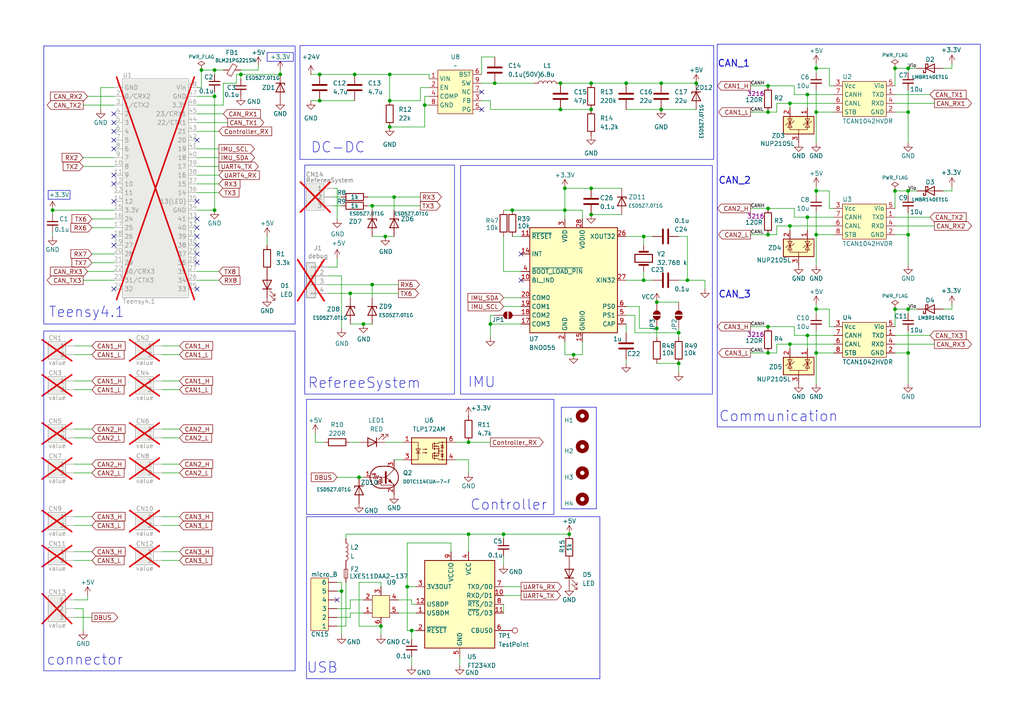
<source format=kicad_sch>
(kicad_sch (version 20250114) (generator "eeschema") (generator_version "9.0")
  (paper "A4")
  (rectangle (start 13.97 55.245) (end 20.32 57.785))
  (rectangle (start 12.7 13.335) (end 85.598 93.98))
  (rectangle (start 12.7 96.012) (end 85.598 194.564))
  (rectangle (start 208.026 12.827) (end 284.353 123.825))
  (rectangle (start 77.47 15.24) (end 85.09 17.78))
  (rectangle (start 86.995 13.208) (end 207.01 46.228))
  (rectangle (start 133.604 48.006) (end 206.629 114.3))
  (rectangle (start 88.9 115.824) (end 160.655 149.225))
  (rectangle (start 88.9 149.86) (end 173.99 196.85))
  (rectangle (start 162.814 147.574) (end 172.974 118.11))
  (rectangle (start 88.392 47.879) (end 131.826 114.3))
  (text "Controller\n" (at 147.574 146.558 0) (effects (font (size 3 3))))
  (text "connector" (at 24.638 191.516 0) (effects (font (size 3 3))))
  (text "IMU\n" (at 139.7 110.998 0) (effects (font (size 3 3))))
  (text "CAN_1\n" (at 212.852 18.542 0) (effects (font (size 2 2) (thickness 0.254) (bold yes))))
  (text "Teensy4.1\n" (at 25.146 90.678 0) (effects (font (size 3 3))))
  (text "CAN_3\n\n" (at 213.106 87.122 0) (effects (font (size 2 2) (thickness 0.254) (bold yes))))
  (text "USB\n" (at 93.472 193.802 0) (effects (font (size 3 3))))
  (text "CAN_2\n\n" (at 213.106 54.102 0) (effects (font (size 2 2) (thickness 0.254) (bold yes))))
  (text "RefereeSystem" (at 105.664 111.252 0) (effects (font (size 3 3))))
  (text "DC-DC\n" (at 98.044 42.926 0) (effects (font (size 3 3))))
  (text "Communication" (at 225.806 120.904 0) (effects (font (size 3 3))))
  (junction (at 92.71 29.21))
  (junction (at 99.06 171.45))
  (junction (at 111.76 68.58))
  (junction (at 190.5 95.25))
  (junction (at 171.45 24.13))
  (junction (at 171.45 62.23))
  (junction (at 143.51 24.13))
  (junction (at 186.69 81.28))
  (junction (at 113.03 21.59))
  (junction (at 110.49 181.61))
  (junction (at 123.19 30.48))
  (junction (at 113.03 36.83))
  (junction (at 107.95 82.55))
  (junction (at 236.728 19.812))
  (junction (at 58.42 20.32))
  (junction (at 201.93 24.13))
  (junction (at 191.77 31.75))
  (junction (at 146.05 154.94))
  (junction (at 259.588 19.812))
  (junction (at 142.24 93.98))
  (junction (at 263.398 55.372))
  (junction (at 186.69 68.58))
  (junction (at 62.23 20.32))
  (junction (at 222.758 32.512))
  (junction (at 229.108 99.822))
  (junction (at 190.5 87.63))
  (junction (at 69.85 21.59))
  (junction (at 222.758 24.892))
  (junction (at 113.03 29.21))
  (junction (at 171.45 31.75))
  (junction (at 222.758 68.072))
  (junction (at 259.588 89.662))
  (junction (at 165.1 154.94))
  (junction (at 162.56 24.13))
  (junction (at 163.83 54.61))
  (junction (at 263.398 102.362))
  (junction (at 102.87 21.59))
  (junction (at 191.77 24.13))
  (junction (at 62.23 60.96))
  (junction (at 234.188 62.992))
  (junction (at 148.59 60.96))
  (junction (at 105.41 93.98))
  (junction (at 236.728 89.662))
  (junction (at 196.85 105.41))
  (junction (at 263.398 89.662))
  (junction (at 229.108 29.972))
  (junction (at 135.89 154.94))
  (junction (at 263.398 68.072))
  (junction (at 62.23 27.94))
  (junction (at 119.38 182.88))
  (junction (at 236.728 102.362))
  (junction (at 166.37 102.87))
  (junction (at 236.728 32.512))
  (junction (at 92.71 21.59))
  (junction (at 171.45 54.61))
  (junction (at 135.89 128.27))
  (junction (at 107.95 59.69))
  (junction (at 199.39 81.28))
  (junction (at 259.588 55.372))
  (junction (at 263.398 32.512))
  (junction (at 162.56 31.75))
  (junction (at 15.24 60.96))
  (junction (at 196.85 96.52))
  (junction (at 229.108 65.532))
  (junction (at 234.188 27.432))
  (junction (at 118.11 170.18))
  (junction (at 181.61 24.13))
  (junction (at 81.28 21.59))
  (junction (at 101.6 85.09))
  (junction (at 163.83 60.96))
  (junction (at 222.758 102.362))
  (junction (at 263.398 19.812))
  (junction (at 222.758 94.742))
  (junction (at 114.3 57.15))
  (junction (at 234.188 97.282))
  (junction (at 104.14 138.43))
  (junction (at 236.728 68.072))
  (junction (at 222.758 60.452))
  (junction (at 236.728 55.372))
  (no_connect (at 97.79 173.99))
  (no_connect (at 33.02 33.02))
  (no_connect (at 33.02 38.1))
  (no_connect (at 33.02 58.42))
  (no_connect (at 33.02 53.34))
  (no_connect (at 139.7 31.75))
  (no_connect (at 33.02 35.56))
  (no_connect (at 33.02 43.18))
  (no_connect (at 33.02 50.8))
  (no_connect (at 33.02 40.64))
  (no_connect (at 57.15 58.42))
  (no_connect (at 57.15 83.82))
  (no_connect (at 33.02 83.82))
  (no_connect (at 151.13 73.66))
  (no_connect (at 57.15 73.66))
  (no_connect (at 139.7 26.67))
  (no_connect (at 33.02 68.58))
  (no_connect (at 57.15 40.64))
  (no_connect (at 57.15 63.5))
  (no_connect (at 33.02 71.12))
  (no_connect (at 57.15 68.58))
  (no_connect (at 57.15 76.2))
  (no_connect (at 57.15 71.12))
  (no_connect (at 151.13 81.28))
  (no_connect (at 57.15 66.04))
  (wire (pts (xy 146.05 154.94) (xy 146.05 156.21)))
  (wire (pts (xy 101.6 85.09) (xy 101.6 86.36)))
  (wire (pts (xy 259.588 32.512) (xy 263.398 32.512)))
  (wire (pts (xy 95.25 82.55) (xy 107.95 82.55)))
  (wire (pts (xy 234.188 97.282) (xy 230.378 97.282)))
  (wire (pts (xy 259.588 97.282) (xy 269.748 97.282)))
  (wire (pts (xy 186.69 81.28) (xy 189.23 81.28)))
  (wire (pts (xy 196.85 68.58) (xy 199.39 68.58)))
  (wire (pts (xy 236.728 18.542) (xy 236.728 19.812)))
  (wire (pts (xy 168.91 102.87) (xy 168.91 99.06)))
  (wire (pts (xy 118.11 170.18) (xy 118.11 182.88)))
  (wire (pts (xy 181.61 31.75) (xy 191.77 31.75)))
  (wire (pts (xy 123.19 30.48) (xy 124.46 30.48)))
  (wire (pts (xy 217.678 24.892) (xy 222.758 24.892)))
  (wire (pts (xy 21.59 173.99) (xy 25.4 173.99)))
  (wire (pts (xy 95.25 80.01) (xy 99.06 80.01)))
  (wire (pts (xy 234.188 27.432) (xy 241.808 27.432)))
  (wire (pts (xy 181.61 93.98) (xy 181.61 96.52)))
  (wire (pts (xy 196.85 96.52) (xy 196.85 97.79)))
  (wire (pts (xy 263.398 102.362) (xy 263.398 111.252)))
  (wire (pts (xy 119.38 175.26) (xy 119.38 173.99)))
  (wire (pts (xy 110.49 168.91) (xy 104.14 168.91)))
  (wire (pts (xy 263.398 55.372) (xy 265.938 55.372)))
  (wire (pts (xy 46.99 152.4) (xy 52.07 152.4)))
  (wire (pts (xy 97.79 179.07) (xy 101.6 179.07)))
  (wire (pts (xy 105.41 173.99) (xy 101.6 173.99)))
  (wire (pts (xy 263.398 19.812) (xy 263.398 21.082)))
  (wire (pts (xy 142.24 93.98) (xy 142.24 97.79)))
  (wire (pts (xy 240.538 24.892) (xy 241.808 24.892)))
  (wire (pts (xy 236.728 88.392) (xy 236.728 89.662)))
  (wire (pts (xy 130.81 160.02) (xy 130.81 157.48)))
  (wire (pts (xy 234.188 27.432) (xy 234.188 31.242)))
  (wire (pts (xy 234.188 97.282) (xy 234.188 101.092)))
  (wire (pts (xy 123.19 27.94) (xy 123.19 30.48)))
  (wire (pts (xy 276.098 19.812) (xy 273.558 19.812)))
  (wire (pts (xy 181.61 91.44) (xy 184.15 91.44)))
  (wire (pts (xy 146.05 154.94) (xy 165.1 154.94)))
  (wire (pts (xy 15.24 68.58) (xy 15.24 67.31)))
  (wire (pts (xy 24.13 30.48) (xy 33.02 30.48)))
  (wire (pts (xy 186.69 78.74) (xy 186.69 81.28)))
  (wire (pts (xy 46.99 124.46) (xy 52.07 124.46)))
  (wire (pts (xy 118.11 157.48) (xy 118.11 170.18)))
  (wire (pts (xy 146.05 60.96) (xy 148.59 60.96)))
  (wire (pts (xy 236.728 68.072) (xy 236.728 76.962)))
  (wire (pts (xy 106.68 57.15) (xy 114.3 57.15)))
  (wire (pts (xy 21.59 110.49) (xy 26.67 110.49)))
  (wire (pts (xy 181.61 104.14) (xy 181.61 105.41)))
  (wire (pts (xy 236.728 32.512) (xy 241.808 32.512)))
  (wire (pts (xy 96.52 59.69) (xy 99.06 59.69)))
  (wire (pts (xy 90.17 29.21) (xy 92.71 29.21)))
  (wire (pts (xy 100.33 181.61) (xy 100.33 168.91)))
  (wire (pts (xy 21.59 113.03) (xy 26.67 113.03)))
  (wire (pts (xy 263.398 19.812) (xy 259.588 19.812)))
  (wire (pts (xy 74.93 20.32) (xy 69.85 20.32)))
  (wire (pts (xy 263.398 68.072) (xy 263.398 76.962)))
  (wire (pts (xy 107.95 59.69) (xy 121.92 59.69)))
  (wire (pts (xy 91.44 128.27) (xy 93.98 128.27)))
  (wire (pts (xy 92.71 21.59) (xy 102.87 21.59)))
  (wire (pts (xy 143.51 24.13) (xy 154.94 24.13)))
  (wire (pts (xy 139.7 24.13) (xy 143.51 24.13)))
  (wire (pts (xy 236.728 55.372) (xy 236.728 56.642)))
  (wire (pts (xy 259.588 99.822) (xy 271.018 99.822)))
  (wire (pts (xy 77.47 68.58) (xy 77.47 71.12)))
  (wire (pts (xy 146.05 172.72) (xy 151.13 172.72)))
  (wire (pts (xy 107.95 68.58) (xy 111.76 68.58)))
  (wire (pts (xy 104.14 138.43) (xy 105.41 138.43)))
  (wire (pts (xy 142.24 91.44) (xy 143.51 91.44)))
  (wire (pts (xy 57.15 50.8) (xy 63.5 50.8)))
  (wire (pts (xy 62.23 20.32) (xy 64.77 20.32)))
  (wire (pts (xy 57.15 48.26) (xy 63.5 48.26)))
  (wire (pts (xy 58.42 20.32) (xy 62.23 20.32)))
  (wire (pts (xy 217.678 68.072) (xy 222.758 68.072)))
  (wire (pts (xy 99.06 171.45) (xy 99.06 184.15)))
  (wire (pts (xy 100.33 154.94) (xy 100.33 156.21)))
  (wire (pts (xy 21.59 179.07) (xy 26.67 179.07)))
  (wire (pts (xy 64.77 33.02) (xy 57.15 33.02)))
  (wire (pts (xy 21.59 176.53) (xy 24.13 176.53)))
  (wire (pts (xy 21.59 134.62) (xy 26.67 134.62)))
  (wire (pts (xy 62.23 27.94) (xy 62.23 60.96)))
  (wire (pts (xy 96.52 57.15) (xy 99.06 57.15)))
  (wire (pts (xy 229.108 29.972) (xy 241.808 29.972)))
  (wire (pts (xy 120.65 175.26) (xy 119.38 175.26)))
  (wire (pts (xy 69.85 21.59) (xy 81.28 21.59)))
  (wire (pts (xy 124.46 27.94) (xy 123.19 27.94)))
  (wire (pts (xy 101.6 93.98) (xy 105.41 93.98)))
  (wire (pts (xy 190.5 105.41) (xy 196.85 105.41)))
  (wire (pts (xy 236.728 68.072) (xy 241.808 68.072)))
  (wire (pts (xy 24.13 45.72) (xy 33.02 45.72)))
  (wire (pts (xy 191.77 31.75) (xy 201.93 31.75)))
  (wire (pts (xy 185.42 88.9) (xy 185.42 95.25)))
  (wire (pts (xy 146.05 175.26) (xy 146.05 177.8)))
  (wire (pts (xy 68.58 24.13) (xy 64.77 24.13)))
  (wire (pts (xy 236.728 54.102) (xy 236.728 55.372)))
  (wire (pts (xy 95.25 77.47) (xy 97.79 77.47)))
  (wire (pts (xy 236.728 89.662) (xy 236.728 90.932)))
  (wire (pts (xy 26.67 66.04) (xy 33.02 66.04)))
  (wire (pts (xy 263.398 26.162) (xy 263.398 32.512)))
  (wire (pts (xy 135.89 128.27) (xy 132.08 128.27)))
  (wire (pts (xy 234.188 62.992) (xy 241.808 62.992)))
  (wire (pts (xy 107.95 82.55) (xy 107.95 86.36)))
  (wire (pts (xy 120.65 182.88) (xy 119.38 182.88)))
  (wire (pts (xy 263.398 61.722) (xy 263.398 68.072)))
  (wire (pts (xy 263.398 55.372) (xy 263.398 56.642)))
  (wire (pts (xy 186.69 68.58) (xy 189.23 68.58)))
  (wire (pts (xy 115.57 177.8) (xy 120.65 177.8)))
  (wire (pts (xy 95.25 85.09) (xy 101.6 85.09)))
  (wire (pts (xy 163.83 102.87) (xy 166.37 102.87)))
  (wire (pts (xy 139.7 16.51) (xy 143.51 16.51)))
  (wire (pts (xy 259.588 94.742) (xy 259.588 89.662)))
  (wire (pts (xy 21.59 102.87) (xy 26.67 102.87)))
  (wire (pts (xy 104.14 128.27) (xy 101.6 128.27)))
  (wire (pts (xy 29.21 25.4) (xy 29.21 31.75)))
  (wire (pts (xy 123.19 30.48) (xy 123.19 36.83)))
  (wire (pts (xy 199.39 81.28) (xy 204.47 81.28)))
  (wire (pts (xy 259.588 65.532) (xy 271.018 65.532)))
  (wire (pts (xy 97.79 181.61) (xy 100.33 181.61)))
  (wire (pts (xy 240.538 19.812) (xy 240.538 24.892)))
  (wire (pts (xy 236.728 61.722) (xy 236.728 68.072)))
  (wire (pts (xy 21.59 162.56) (xy 26.67 162.56)))
  (wire (pts (xy 146.05 88.9) (xy 151.13 88.9)))
  (wire (pts (xy 46.99 160.02) (xy 52.07 160.02)))
  (wire (pts (xy 196.85 105.41) (xy 196.85 107.95)))
  (wire (pts (xy 225.298 29.972) (xy 229.108 29.972)))
  (wire (pts (xy 142.24 31.75) (xy 162.56 31.75)))
  (wire (pts (xy 24.13 81.28) (xy 33.02 81.28)))
  (wire (pts (xy 222.758 102.362) (xy 225.298 102.362)))
  (wire (pts (xy 116.84 133.35) (xy 114.3 133.35)))
  (wire (pts (xy 46.99 110.49) (xy 52.07 110.49)))
  (wire (pts (xy 46.99 134.62) (xy 52.07 134.62)))
  (wire (pts (xy 236.728 102.362) (xy 236.728 111.252)))
  (wire (pts (xy 240.538 55.372) (xy 240.538 60.452)))
  (wire (pts (xy 113.03 21.59) (xy 113.03 29.21)))
  (wire (pts (xy 199.39 81.28) (xy 196.85 81.28)))
  (wire (pts (xy 146.05 161.29) (xy 146.05 163.83)))
  (wire (pts (xy 101.6 173.99) (xy 101.6 176.53)))
  (wire (pts (xy 33.02 25.4) (xy 29.21 25.4)))
  (wire (pts (xy 162.56 31.75) (xy 171.45 31.75)))
  (wire (pts (xy 151.13 93.98) (xy 142.24 93.98)))
  (wire (pts (xy 57.15 38.1) (xy 63.5 38.1)))
  (wire (pts (xy 240.538 89.662) (xy 236.728 89.662)))
  (wire (pts (xy 148.59 60.96) (xy 163.83 60.96)))
  (wire (pts (xy 21.59 127) (xy 26.67 127)))
  (wire (pts (xy 101.6 177.8) (xy 101.6 179.07)))
  (wire (pts (xy 110.49 181.61) (xy 110.49 184.15)))
  (wire (pts (xy 124.46 21.59) (xy 124.46 22.86)))
  (wire (pts (xy 114.3 57.15) (xy 121.92 57.15)))
  (wire (pts (xy 162.56 24.13) (xy 171.45 24.13)))
  (wire (pts (xy 259.588 68.072) (xy 263.398 68.072)))
  (wire (pts (xy 46.99 149.86) (xy 52.07 149.86)))
  (wire (pts (xy 229.108 99.822) (xy 229.108 101.092)))
  (wire (pts (xy 132.08 133.35) (xy 135.89 133.35)))
  (wire (pts (xy 21.59 152.4) (xy 26.67 152.4)))
  (wire (pts (xy 171.45 24.13) (xy 181.61 24.13)))
  (wire (pts (xy 66.04 35.56) (xy 57.15 35.56)))
  (wire (pts (xy 99.06 80.01) (xy 99.06 95.25)))
  (wire (pts (xy 225.298 32.512) (xy 225.298 29.972)))
  (wire (pts (xy 15.24 60.96) (xy 15.24 62.23)))
  (wire (pts (xy 130.81 157.48) (xy 118.11 157.48)))
  (wire (pts (xy 217.678 102.362) (xy 222.758 102.362)))
  (wire (pts (xy 276.098 55.372) (xy 273.558 55.372)))
  (wire (pts (xy 263.398 89.662) (xy 259.588 89.662)))
  (wire (pts (xy 46.99 127) (xy 52.07 127)))
  (wire (pts (xy 222.758 60.452) (xy 230.378 60.452)))
  (wire (pts (xy 181.61 88.9) (xy 185.42 88.9)))
  (wire (pts (xy 46.99 102.87) (xy 52.07 102.87)))
  (wire (pts (xy 146.05 86.36) (xy 151.13 86.36)))
  (wire (pts (xy 26.67 63.5) (xy 33.02 63.5)))
  (wire (pts (xy 69.85 21.59) (xy 68.58 21.59)))
  (wire (pts (xy 184.15 91.44) (xy 184.15 96.52)))
  (wire (pts (xy 105.41 93.98) (xy 107.95 93.98)))
  (wire (pts (xy 64.77 24.13) (xy 64.77 30.48)))
  (wire (pts (xy 107.95 82.55) (xy 115.57 82.55)))
  (wire (pts (xy 263.398 32.512) (xy 263.398 41.402)))
  (wire (pts (xy 26.67 76.2) (xy 33.02 76.2)))
  (wire (pts (xy 259.588 60.452) (xy 259.588 55.372)))
  (wire (pts (xy 135.89 154.94) (xy 135.89 160.02)))
  (wire (pts (xy 240.538 55.372) (xy 236.728 55.372)))
  (wire (pts (xy 119.38 173.99) (xy 115.57 173.99)))
  (wire (pts (xy 230.378 27.432) (xy 230.378 24.892)))
  (wire (pts (xy 222.758 68.072) (xy 225.298 68.072)))
  (wire (pts (xy 57.15 27.94) (xy 62.23 27.94)))
  (wire (pts (xy 46.99 162.56) (xy 52.07 162.56)))
  (wire (pts (xy 102.87 21.59) (xy 113.03 21.59)))
  (wire (pts (xy 240.538 60.452) (xy 241.808 60.452)))
  (wire (pts (xy 236.728 26.162) (xy 236.728 32.512)))
  (wire (pts (xy 240.538 89.662) (xy 240.538 94.742)))
  (wire (pts (xy 263.398 55.372) (xy 259.588 55.372)))
  (wire (pts (xy 21.59 137.16) (xy 26.67 137.16)))
  (wire (pts (xy 171.45 54.61) (xy 180.34 54.61)))
  (wire (pts (xy 259.588 29.972) (xy 271.018 29.972)))
  (wire (pts (xy 135.89 133.35) (xy 135.89 137.16)))
  (wire (pts (xy 119.38 190.5) (xy 119.38 193.04)))
  (wire (pts (xy 99.06 168.91) (xy 97.79 168.91)))
  (wire (pts (xy 97.79 74.93) (xy 97.79 77.47)))
  (wire (pts (xy 240.538 19.812) (xy 236.728 19.812)))
  (wire (pts (xy 181.61 68.58) (xy 186.69 68.58)))
  (wire (pts (xy 81.28 21.59) (xy 81.28 20.32)))
  (wire (pts (xy 142.24 29.21) (xy 142.24 31.75)))
  (wire (pts (xy 139.7 21.59) (xy 139.7 16.51)))
  (wire (pts (xy 74.93 19.05) (xy 74.93 20.32)))
  (wire (pts (xy 222.758 94.742) (xy 230.378 94.742)))
  (wire (pts (xy 259.588 62.992) (xy 269.748 62.992)))
  (wire (pts (xy 276.098 54.102) (xy 276.098 55.372)))
  (wire (pts (xy 21.59 160.02) (xy 26.67 160.02)))
  (wire (pts (xy 119.38 182.88) (xy 119.38 185.42)))
  (wire (pts (xy 225.298 102.362) (xy 225.298 99.822)))
  (wire (pts (xy 97.79 138.43) (xy 104.14 138.43)))
  (wire (pts (xy 225.298 68.072) (xy 225.298 65.532)))
  (wire (pts (xy 15.24 60.96) (xy 33.02 60.96)))
  (wire (pts (xy 57.15 55.88) (xy 63.5 55.88)))
  (wire (pts (xy 236.728 19.812) (xy 236.728 21.082)))
  (wire (pts (xy 181.61 24.13) (xy 191.77 24.13)))
  (wire (pts (xy 99.06 168.91) (xy 99.06 171.45)))
  (wire (pts (xy 57.15 45.72) (xy 63.5 45.72)))
  (wire (pts (xy 263.398 89.662) (xy 265.938 89.662)))
  (wire (pts (xy 57.15 78.74) (xy 63.5 78.74)))
  (wire (pts (xy 25.4 27.94) (xy 33.02 27.94)))
  (wire (pts (xy 163.83 54.61) (xy 163.83 60.96)))
  (wire (pts (xy 64.77 30.48) (xy 57.15 30.48)))
  (wire (pts (xy 111.76 128.27) (xy 116.84 128.27)))
  (wire (pts (xy 104.14 168.91) (xy 104.14 181.61)))
  (wire (pts (xy 234.188 62.992) (xy 230.378 62.992)))
  (wire (pts (xy 236.728 96.012) (xy 236.728 102.362)))
  (wire (pts (xy 276.098 88.392) (xy 276.098 89.662)))
  (wire (pts (xy 190.5 95.25) (xy 190.5 97.79)))
  (wire (pts (xy 97.79 54.61) (xy 97.79 63.5)))
  (wire (pts (xy 185.42 95.25) (xy 190.5 95.25)))
  (wire (pts (xy 121.92 25.4) (xy 121.92 29.21)))
  (wire (pts (xy 240.538 94.742) (xy 241.808 94.742)))
  (wire (pts (xy 106.68 59.69) (xy 107.95 59.69)))
  (wire (pts (xy 46.99 137.16) (xy 52.07 137.16)))
  (wire (pts (xy 196.85 95.25) (xy 196.85 96.52)))
  (wire (pts (xy 25.4 172.72) (xy 25.4 173.99)))
  (wire (pts (xy 105.41 177.8) (xy 101.6 177.8)))
  (wire (pts (xy 163.83 54.61) (xy 171.45 54.61)))
  (wire (pts (xy 104.14 181.61) (xy 110.49 181.61)))
  (wire (pts (xy 135.89 154.94) (xy 146.05 154.94)))
  (wire (pts (xy 234.188 97.282) (xy 241.808 97.282)))
  (wire (pts (xy 222.758 32.512) (xy 225.298 32.512)))
  (wire (pts (xy 107.95 59.69) (xy 107.95 60.96)))
  (wire (pts (xy 259.588 27.432) (xy 269.748 27.432)))
  (wire (pts (xy 259.588 102.362) (xy 263.398 102.362)))
  (wire (pts (xy 276.098 18.542) (xy 276.098 19.812)))
  (wire (pts (xy 57.15 25.4) (xy 58.42 25.4)))
  (wire (pts (xy 230.378 97.282) (xy 230.378 94.742)))
  (wire (pts (xy 97.79 54.61) (xy 96.52 54.61)))
  (wire (pts (xy 46.99 113.03) (xy 52.07 113.03)))
  (wire (pts (xy 276.098 89.662) (xy 273.558 89.662)))
  (wire (pts (xy 229.108 65.532) (xy 229.108 66.802)))
  (wire (pts (xy 263.398 89.662) (xy 263.398 90.932)))
  (wire (pts (xy 101.6 85.09) (xy 115.57 85.09)))
  (wire (pts (xy 168.91 60.96) (xy 163.83 60.96)))
  (wire (pts (xy 204.47 81.28) (xy 204.47 83.82)))
  (wire (pts (xy 26.67 73.66) (xy 33.02 73.66)))
  (wire (pts (xy 234.188 62.992) (xy 234.188 66.802)))
  (wire (pts (xy 57.15 81.28) (xy 63.5 81.28)))
  (wire (pts (xy 171.45 62.23) (xy 180.34 62.23)))
  (wire (pts (xy 69.85 22.86) (xy 69.85 21.59)))
  (wire (pts (xy 229.108 65.532) (xy 241.808 65.532)))
  (wire (pts (xy 236.728 102.362) (xy 241.808 102.362)))
  (wire (pts (xy 229.108 99.822) (xy 241.808 99.822)))
  (wire (pts (xy 111.76 68.58) (xy 114.3 68.58)))
  (wire (pts (xy 148.59 68.58) (xy 151.13 68.58)))
  (wire (pts (xy 110.49 168.91) (xy 110.49 170.18)))
  (wire (pts (xy 222.758 24.892) (xy 230.378 24.892)))
  (wire (pts (xy 46.99 100.33) (xy 52.07 100.33)))
  (wire (pts (xy 229.108 29.972) (xy 229.108 31.242)))
  (wire (pts (xy 225.298 65.532) (xy 229.108 65.532)))
  (wire (pts (xy 225.298 99.822) (xy 229.108 99.822)))
  (wire (pts (xy 57.15 53.34) (xy 63.5 53.34)))
  (wire (pts (xy 62.23 27.94) (xy 62.23 26.67)))
  (wire (pts (xy 123.19 36.83) (xy 113.03 36.83)))
  (wire (pts (xy 57.15 60.96) (xy 62.23 60.96)))
  (wire (pts (xy 118.11 170.18) (xy 120.65 170.18)))
  (wire (pts (xy 146.05 68.58) (xy 146.05 78.74)))
  (wire (pts (xy 142.24 93.98) (xy 142.24 91.44)))
  (wire (pts (xy 190.5 87.63) (xy 196.85 87.63)))
  (wire (pts (xy 135.89 128.27) (xy 142.24 128.27)))
  (wire (pts (xy 118.11 182.88) (xy 119.38 182.88)))
  (wire (pts (xy 139.7 29.21) (xy 142.24 29.21)))
  (wire (pts (xy 68.58 21.59) (xy 68.58 24.13)))
  (wire (pts (xy 234.188 27.432) (xy 230.378 27.432)))
  (wire (pts (xy 186.69 68.58) (xy 186.69 71.12)))
  (wire (pts (xy 114.3 57.15) (xy 114.3 60.96)))
  (wire (pts (xy 25.4 78.74) (xy 33.02 78.74)))
  (wire (pts (xy 263.398 19.812) (xy 265.938 19.812)))
  (wire (pts (xy 168.91 63.5) (xy 168.91 60.96)))
  (wire (pts (xy 58.42 25.4) (xy 58.42 20.32)))
  (wire (pts (xy 217.678 32.512) (xy 222.758 32.512)))
  (wire (pts (xy 92.71 29.21) (xy 102.87 29.21)))
  (wire (pts (xy 91.44 125.73) (xy 91.44 128.27)))
  (wire (pts (xy 236.728 32.512) (xy 236.728 41.402)))
  (wire (pts (xy 62.23 21.59) (xy 62.23 20.32)))
  (wire (pts (xy 217.678 94.742) (xy 222.758 94.742)))
  (wire (pts (xy 199.39 68.58) (xy 199.39 81.28)))
  (wire (pts (xy 146.05 170.18) (xy 151.13 170.18)))
  (wire (pts (xy 146.05 78.74) (xy 151.13 78.74)))
  (wire (pts (xy 113.03 21.59) (xy 124.46 21.59)))
  (wire (pts (xy 101.6 176.53) (xy 97.79 176.53)))
  (wire (pts (xy 21.59 124.46) (xy 26.67 124.46)))
  (wire (pts (xy 163.83 99.06) (xy 163.83 102.87)))
  (wire (pts (xy 90.17 21.59) (xy 92.71 21.59)))
  (wire (pts (xy 133.35 190.5) (xy 133.35 193.04)))
  (wire (pts (xy 99.06 171.45) (xy 97.79 171.45)))
  (wire (pts (xy 191.77 24.13) (xy 201.93 24.13)))
  (wire (pts (xy 57.15 43.18) (xy 63.5 43.18)))
  (wire (pts (xy 163.83 60.96) (xy 163.83 63.5)))
  (wire (pts (xy 259.588 24.892) (xy 259.588 19.812)))
  (wire (pts (xy 230.378 62.992) (xy 230.378 60.452)))
  (wire (pts (xy 121.92 29.21) (xy 113.03 29.21)))
  (wire (pts (xy 166.37 102.87) (xy 168.91 102.87)))
  (wire (pts (xy 24.13 48.26) (xy 33.02 48.26)))
  (wire (pts (xy 263.398 96.012) (xy 263.398 102.362)))
  (wire (pts (xy 24.13 176.53) (xy 24.13 182.88)))
  (wire (pts (xy 21.59 100.33) (xy 26.67 100.33)))
  (wire (pts (xy 100.33 154.94) (xy 135.89 154.94)))
  (wire (pts (xy 181.61 81.28) (xy 186.69 81.28)))
  (wire (pts (xy 124.46 25.4) (xy 121.92 25.4)))
  (wire (pts (xy 217.678 60.452) (xy 222.758 60.452)))
  (wire (pts (xy 21.59 149.86) (xy 26.67 149.86)))
  (wire (pts (xy 184.15 96.52) (xy 196.85 96.52)))
  (label "CANL" (at 217.678 68.072 0) (effects (font (size 1 1))))
  (label "CANH" (at 217.678 24.892 0) (effects (font (size 1 1))))
  (label "CANH" (at 217.678 94.742 0) (effects (font (size 1 1))))
  (label "Vio" (at 263.398 89.662 0) (effects (font (size 1 1))))
  (label "CANL" (at 217.678 102.362 0) (effects (font (size 1 1))))
  (label "CANL" (at 217.678 32.512 0) (effects (font (size 1 1))))
  (label "Vio" (at 263.398 19.812 0) (effects (font (size 1 1))))
  (label "CANH" (at 217.678 60.452 0) (effects (font (size 1 1))))
  (label "Vio" (at 263.398 55.372 0) (effects (font (size 1 1))))
  (global_label "RX7" (shape input) (at 26.67 73.66 180) (property "Intersheetrefs" "${INTERSHEET_REFS}" (effects (hide yes))))
  (global_label "CAN1_L" (shape input) (at 52.07 102.87 0) (property "Intersheetrefs" "${INTERSHEET_REFS}" (effects (hide yes))))
  (global_label "DBUS" (shape output) (at 26.67 179.07 0) (property "Intersheetrefs" "${INTERSHEET_REFS}" (effects (hide yes))))
  (global_label "IMU_SCL" (shape input) (at 146.05 88.9 180) (property "Intersheetrefs" "${INTERSHEET_REFS}" (effects (hide yes))))
  (global_label "CAN2_H" (shape input) (at 52.07 124.46 0) (property "Intersheetrefs" "${INTERSHEET_REFS}" (effects (hide yes))))
  (global_label "CAN2_H" (shape input) (at 26.67 134.62 0) (property "Intersheetrefs" "${INTERSHEET_REFS}" (effects (hide yes))))
  (global_label "CAN1_H" (shape output) (at 217.678 24.892 180) (property "Intersheetrefs" "${INTERSHEET_REFS}" (effects (hide yes))))
  (global_label "DBUS" (shape input) (at 97.79 138.43 180) (property "Intersheetrefs" "${INTERSHEET_REFS}" (effects (hide yes))))
  (global_label "TX8" (shape input) (at 63.5 78.74 0) (property "Intersheetrefs" "${INTERSHEET_REFS}" (effects (hide yes))))
  (global_label "CAN1_H" (shape input) (at 52.07 100.33 0) (property "Intersheetrefs" "${INTERSHEET_REFS}" (effects (hide yes))))
  (global_label "CAN2_H" (shape output) (at 217.678 60.452 180) (property "Intersheetrefs" "${INTERSHEET_REFS}" (effects (hide yes))))
  (global_label "CAN3_L" (shape input) (at 26.67 162.56 0) (property "Intersheetrefs" "${INTERSHEET_REFS}" (effects (hide yes))))
  (global_label "CAN_TX1" (shape output) (at 66.04 35.56 0) (property "Intersheetrefs" "${INTERSHEET_REFS}" (effects (hide yes))))
  (global_label "TX3" (shape input) (at 63.5 55.88 0) (property "Intersheetrefs" "${INTERSHEET_REFS}" (effects (hide yes))))
  (global_label "TX3" (shape output) (at 121.92 59.69 0) (property "Intersheetrefs" "${INTERSHEET_REFS}" (effects (hide yes))))
  (global_label "RX8" (shape input) (at 63.5 81.28 0) (property "Intersheetrefs" "${INTERSHEET_REFS}" (effects (hide yes))))
  (global_label "IMU_SDA" (shape input) (at 146.05 86.36 180) (property "Intersheetrefs" "${INTERSHEET_REFS}" (effects (hide yes))))
  (global_label "CAN3_L" (shape input) (at 26.67 152.4 0) (property "Intersheetrefs" "${INTERSHEET_REFS}" (effects (hide yes))))
  (global_label "RX3" (shape input) (at 63.5 53.34 0) (property "Intersheetrefs" "${INTERSHEET_REFS}" (effects (hide yes))))
  (global_label "CAN_RX3" (shape input) (at 25.4 78.74 180) (property "Intersheetrefs" "${INTERSHEET_REFS}" (effects (hide yes))))
  (global_label "CAN_RX1" (shape output) (at 271.018 29.972 0) (property "Intersheetrefs" "${INTERSHEET_REFS}" (effects (hide yes))))
  (global_label "TX6" (shape output) (at 115.57 85.09 0) (property "Intersheetrefs" "${INTERSHEET_REFS}" (effects (hide yes))))
  (global_label "CAN3_H" (shape input) (at 26.67 149.86 0) (property "Intersheetrefs" "${INTERSHEET_REFS}" (effects (hide yes))))
  (global_label "CAN_RX1" (shape input) (at 64.77 33.02 0) (property "Intersheetrefs" "${INTERSHEET_REFS}" (effects (hide yes))))
  (global_label "CAN_RX3" (shape output) (at 271.018 99.822 0) (property "Intersheetrefs" "${INTERSHEET_REFS}" (effects (hide yes))))
  (global_label "Controller_RX" (shape input) (at 63.5 38.1 0) (property "Intersheetrefs" "${INTERSHEET_REFS}" (effects (hide yes))))
  (global_label "CAN_RX2" (shape output) (at 271.018 65.532 0) (property "Intersheetrefs" "${INTERSHEET_REFS}" (effects (hide yes))))
  (global_label "CAN2_L" (shape input) (at 52.07 127 0) (property "Intersheetrefs" "${INTERSHEET_REFS}" (effects (hide yes))))
  (global_label "TX7" (shape input) (at 26.67 76.2 180) (property "Intersheetrefs" "${INTERSHEET_REFS}" (effects (hide yes))))
  (global_label "CAN1_L" (shape output) (at 217.678 32.512 180) (property "Intersheetrefs" "${INTERSHEET_REFS}" (effects (hide yes))))
  (global_label "IMU_SDA" (shape output) (at 63.5 45.72 0) (property "Intersheetrefs" "${INTERSHEET_REFS}" (effects (hide yes))))
  (global_label "CAN2_L" (shape input) (at 26.67 137.16 0) (property "Intersheetrefs" "${INTERSHEET_REFS}" (effects (hide yes))))
  (global_label "UART4_RX" (shape output) (at 151.13 170.18 0) (property "Intersheetrefs" "${INTERSHEET_REFS}" (effects (hide yes))))
  (global_label "CAN_RX2" (shape input) (at 25.4 27.94 180) (property "Intersheetrefs" "${INTERSHEET_REFS}" (effects (hide yes))))
  (global_label "TX6" (shape input) (at 26.67 63.5 180) (property "Intersheetrefs" "${INTERSHEET_REFS}" (effects (hide yes))))
  (global_label "CAN_TX2" (shape input) (at 269.748 62.992 0) (property "Intersheetrefs" "${INTERSHEET_REFS}" (effects (hide yes))))
  (global_label "TX2" (shape input) (at 24.13 48.26 180) (property "Intersheetrefs" "${INTERSHEET_REFS}" (effects (hide yes))))
  (global_label "CAN_TX2" (shape output) (at 24.13 30.48 180) (property "Intersheetrefs" "${INTERSHEET_REFS}" (effects (hide yes))))
  (global_label "CAN2_H" (shape input) (at 52.07 134.62 0) (property "Intersheetrefs" "${INTERSHEET_REFS}" (effects (hide yes))))
  (global_label "CAN3_H" (shape input) (at 52.07 160.02 0) (property "Intersheetrefs" "${INTERSHEET_REFS}" (effects (hide yes))))
  (global_label "CAN3_H" (shape input) (at 26.67 160.02 0) (property "Intersheetrefs" "${INTERSHEET_REFS}" (effects (hide yes))))
  (global_label "IMU_SCL" (shape output) (at 63.5 43.18 0) (property "Intersheetrefs" "${INTERSHEET_REFS}" (effects (hide yes))))
  (global_label "RX6" (shape output) (at 115.57 82.55 0) (property "Intersheetrefs" "${INTERSHEET_REFS}" (effects (hide yes))))
  (global_label "CAN2_H" (shape input) (at 26.67 124.46 0) (property "Intersheetrefs" "${INTERSHEET_REFS}" (effects (hide yes))))
  (global_label "CAN1_L" (shape input) (at 26.67 113.03 0) (property "Intersheetrefs" "${INTERSHEET_REFS}" (effects (hide yes))))
  (global_label "CAN_TX3" (shape output) (at 24.13 81.28 180) (property "Intersheetrefs" "${INTERSHEET_REFS}" (effects (hide yes))))
  (global_label "CAN1_H" (shape input) (at 26.67 100.33 0) (property "Intersheetrefs" "${INTERSHEET_REFS}" (effects (hide yes))))
  (global_label "CAN3_L" (shape output) (at 217.678 102.362 180) (property "Intersheetrefs" "${INTERSHEET_REFS}" (effects (hide yes))))
  (global_label "CAN_TX1" (shape input) (at 269.748 27.432 0) (property "Intersheetrefs" "${INTERSHEET_REFS}" (effects (hide yes))))
  (global_label "CAN1_H" (shape input) (at 52.07 110.49 0) (property "Intersheetrefs" "${INTERSHEET_REFS}" (effects (hide yes))))
  (global_label "Controller_RX" (shape output) (at 142.24 128.27 0) (property "Intersheetrefs" "${INTERSHEET_REFS}" (effects (hide yes))))
  (global_label "CAN3_L" (shape input) (at 52.07 152.4 0) (property "Intersheetrefs" "${INTERSHEET_REFS}" (effects (hide yes))))
  (global_label "CAN_TX3" (shape input) (at 269.748 97.282 0) (property "Intersheetrefs" "${INTERSHEET_REFS}" (effects (hide yes))))
  (global_label "CAN3_H" (shape output) (at 217.678 94.742 180) (property "Intersheetrefs" "${INTERSHEET_REFS}" (effects (hide yes))))
  (global_label "RX6" (shape input) (at 26.67 66.04 180) (property "Intersheetrefs" "${INTERSHEET_REFS}" (effects (hide yes))))
  (global_label "CAN3_L" (shape input) (at 52.07 162.56 0) (property "Intersheetrefs" "${INTERSHEET_REFS}" (effects (hide yes))))
  (global_label "UART4_TX" (shape output) (at 63.5 48.26 0) (property "Intersheetrefs" "${INTERSHEET_REFS}" (effects (hide yes))))
  (global_label "RX3" (shape output) (at 121.92 57.15 0) (property "Intersheetrefs" "${INTERSHEET_REFS}" (effects (hide yes))))
  (global_label "CAN2_L" (shape input) (at 52.07 137.16 0) (property "Intersheetrefs" "${INTERSHEET_REFS}" (effects (hide yes))))
  (global_label "CAN2_L" (shape input) (at 26.67 127 0) (property "Intersheetrefs" "${INTERSHEET_REFS}" (effects (hide yes))))
  (global_label "RX2" (shape input) (at 24.13 45.72 180) (property "Intersheetrefs" "${INTERSHEET_REFS}" (effects (hide yes))))
  (global_label "CAN1_L" (shape input) (at 52.07 113.03 0) (property "Intersheetrefs" "${INTERSHEET_REFS}" (effects (hide yes))))
  (global_label "UART4_RX" (shape input) (at 63.5 50.8 0) (property "Intersheetrefs" "${INTERSHEET_REFS}" (effects (hide yes))))
  (global_label "CAN1_H" (shape input) (at 26.67 110.49 0) (property "Intersheetrefs" "${INTERSHEET_REFS}" (effects (hide yes))))
  (global_label "CAN1_L" (shape input) (at 26.67 102.87 0) (property "Intersheetrefs" "${INTERSHEET_REFS}" (effects (hide yes))))
  (global_label "CAN2_L" (shape output) (at 217.678 68.072 180) (property "Intersheetrefs" "${INTERSHEET_REFS}" (effects (hide yes))))
  (global_label "UART4_TX" (shape output) (at 151.13 172.72 0) (property "Intersheetrefs" "${INTERSHEET_REFS}" (effects (hide yes))))
  (global_label "CAN3_H" (shape input) (at 52.07 149.86 0) (property "Intersheetrefs" "${INTERSHEET_REFS}" (effects (hide yes))))
  (symbol (lib_id "Device:C") (at 193.04 68.58 270) (unit 1)
    (property "Reference" "C24" (at 195.58 66.548 90) (effects (justify left)))
    (property "Value" "0.1u" (at 195.58 64.008 90) (effects (justify left)))
    (property "Footprint" "Capacitor_SMD:C_0603_1608Metric" (effects (hide yes)))
    (property "Description" "Unpolarized capacitor" (effects (hide yes)))
  )
  (symbol (lib_id "power:+5V") (at 236.728 54.102 0) (mirror y) (unit 1)
    (property "Reference" "#PWR021" (effects (hide yes)))
    (property "Value" "+5V" (at 236.728 50.292 0))
    (property "Description" "Power symbol creates a global label with name \"+5V\"" (effects (hide yes)))
  )
  (symbol (lib_id "Device:Crystal") (at 186.69 74.93 90) (unit 1)
    (property "Reference" "Y2" (at 190.5 73.6599 90) (effects (justify right)))
    (property "Value" "32.768 k" (at 190.5 76.1999 90) (effects (justify right)))
    (property "Footprint" "Crystal:Crystal_SMD_3215-2Pin_3.2x1.5mm" (effects (hide yes)))
    (property "Datasheet" "https://www.epsondevice.com/crystal/ja/products/crystal-unit/fc135.html" (effects (hide yes)))
    (property "Description" "Two pin crystal" (effects (hide yes)))
    (property "型番" "FC135" (effects (hide yes)))
  )
  (symbol (lib_id "Device:C") (at 102.87 25.4 0) (unit 1)
    (property "Reference" "C13" (at 106.68 24.1299 0) (effects (justify left)))
    (property "Value" "4.7u" (at 106.68 26.6699 0) (effects (justify left)))
    (property "Footprint" "Capacitor_SMD:C_1206_3216Metric" (effects (hide yes)))
    (property "Description" "Unpolarized capacitor" (effects (hide yes)))
    (property "LCSC" "C29823" (effects (hide yes)))
    (property "JLC" "https://jlcpcb.com/partdetail/30577-1206B475K500NT/C29823" (effects (hide yes)))
  )
  (symbol (lib_id "Diode:ESD5Zxx") (at 201.93 27.94 90) (mirror x) (unit 1)
    (property "Reference" "ZD12" (at 206.756 25.4 90) (effects (justify left)))
    (property "Value" "ESD5Z7.0T1G" (at 203.454 30.226 0) (effects (font (size 1 1)) (justify left)))
    (property "Footprint" "Diode_SMD:D_SOD-523" (effects (hide yes)))
    (property "Datasheet" "https://www.onsemi.com/pdf/datasheet/esd5z2.5t1-d.pdf" (effects (hide yes)))
    (property "Description" "ESD Protection Diode, SOD-523" (effects (hide yes)))
    (property "型番" "ESD5Z7.0T1G" (effects (hide yes)))
    (property "部品名称" "TVSダイオード" (effects (hide yes)))
    (property "メーカー名" "On-Semi." (effects (hide yes)))
    (property "LCSC" "C133093" (effects (hide yes)))
    (property "購入URL" "https://jlcpcb.com/partdetail/Onsemi-ESD5Z70T1G/C133093" (effects (hide yes)))
    (property "購入先" "JLCPCB" (effects (hide yes)))
    (property "購入要否" "✕" (effects (hide yes)))
  )
  (symbol (lib_id "power:GND") (at 69.85 27.94 0) (unit 1)
    (property "Reference" "#PWR08" (effects (hide yes)))
    (property "Value" "GND" (at 73.66 29.464 0))
  )
  (symbol (lib_id "power:PWR_FLAG") (at 259.588 19.812 0) (mirror y) (unit 1)
    (property "Reference" "#FLG04" (effects (hide yes)))
    (property "Value" "PWR_FLAG" (at 259.588 16.002 0) (effects (font (size 1 1))))
    (property "Description" "Special symbol for telling ERC where power comes from" (effects (hide yes)))
  )
  (symbol (lib_id "power:GND") (at 236.728 111.252 0) (unit 1)
    (property "Reference" "#PWR027" (effects (hide yes)))
    (property "Value" "GND" (at 236.728 115.062 0))
    (property "Description" "Power symbol creates a global label with name \"GND\" , ground" (effects (hide yes)))
  )
  (symbol (lib_id "0_circuit:CON_2P") (at 46.99 160.02 0) (unit 1) (dnp yes)
    (property "Reference" "CN12" (at 39.37 158.4325 0) (effects (justify left bottom)))
    (property "Value" "value" (at 39.37 164.1475 0) (effects (justify left top)))
  )
  (symbol (lib_id "Device:C_Small") (at 263.398 23.622 0) (mirror y) (unit 1)
    (property "Reference" "C7" (at 260.604 21.844 0) (effects (justify right)))
    (property "Value" "10u" (at 263.906 25.908 0) (effects (justify right)))
    (property "Footprint" "Capacitor_SMD:C_1206_3216Metric" (effects (hide yes)))
    (property "Description" "Unpolarized capacitor, small symbol" (effects (hide yes)))
    (property "値2" "50V" (effects (hide yes)))
    (property "部品名称" "積層セラミックコンデンサ" (effects (hide yes)))
    (property "メーカー名" "Samsung" (effects (hide yes)))
    (property "型番" "CL31A106KBHNNNE" (effects (hide yes)))
    (property "LCSC" "C13585" (effects (hide yes)))
    (property "購入URL" "https://jlcpcb.com/partdetail/14236-CL31A106KBHNNNE/C13585" (effects (hide yes)))
    (property "購入先" "JLCPCB" (effects (hide yes)))
    (property "購入要否" "✕" (effects (hide yes)))
  )
  (symbol (lib_id "power:GNDA") (at 171.45 62.23 0) (unit 1)
    (property "Reference" "#PWR056" (effects (hide yes)))
    (property "Value" "GNDA" (effects (hide yes)))
    (property "Description" "Power symbol creates a global label with name \"GNDA\" , analog ground" (effects (hide yes)))
  )
  (symbol (lib_id "Device:Fuse_Small") (at 100.33 166.37 90) (unit 1)
    (property "Reference" "F2" (at 101.6 165.0999 90) (effects (justify right)))
    (property "Value" "Fuse_Small" (effects (hide yes)))
    (property "Description" "Fuse, small symbol" (effects (hide yes)))
  )
  (symbol (lib_id "Interface_USB:FT234XD") (at 133.35 175.26 0) (unit 1)
    (property "Reference" "U5" (at 135.4933 190.5 0) (effects (justify left)))
    (property "Value" "FT234XD" (at 135.4933 193.04 0) (effects (justify left)))
    (property "Footprint" "Package_DFN_QFN:WDFN-12-1EP_3x3mm_P0.45mm_EP1.7x2.5mm" (effects (hide yes)))
    (property "Datasheet" "https://ftdichip.com/wp-content/uploads/2024/05/DS_FT234XD.pdf" (effects (hide yes)))
    (property "Description" "Full Speed USB to Basic UART, WDFN-12" (effects (hide yes)))
  )
  (symbol (lib_id "Device:C") (at 181.61 100.33 0) (unit 1)
    (property "Reference" "C22" (at 181.864 102.616 0) (effects (justify left)))
    (property "Value" "1u" (at 177.8 98.298 0) (effects (justify left)))
    (property "Footprint" "Capacitor_SMD:C_0603_1608Metric" (effects (hide yes)))
    (property "Description" "Unpolarized capacitor" (effects (hide yes)))
  )
  (symbol (lib_id "0_circuit:TLP172AM") (at 124.46 130.81 0) (unit 1)
    (property "Reference" "U6" (at 124.46 121.92 0))
    (property "Value" "TLP172AM" (at 124.46 124.46 0))
    (property "Footprint" "Package_SO:MFSOP6-4_4.4x3.6mm_P1.27mm" (effects (hide yes)))
    (property "Datasheet" "https://toshiba.semicon-storage.com/info/TLP172AM_datasheet_ja_20230522.pdf?did=36713&prodName=TLP172AM" (effects (hide yes)))
    (property "Description" "MOSFET Photorelay 1-Form-A, Voff 60V, Ion 100mA, SOP6" (effects (hide yes)))
  )
  (symbol (lib_id "Device:R") (at 135.89 124.46 0) (unit 1)
    (property "Reference" "R11" (at 138.43 123.1899 0) (effects (justify left)))
    (property "Value" "4.7k" (at 138.43 125.7299 0) (effects (justify left)))
    (property "Footprint" "Resistor_SMD:R_0805_2012Metric" (effects (hide yes)))
    (property "Description" "Resistor" (effects (hide yes)))
    (property "LCSC" "C17673" (effects (hide yes)))
    (property "JLC" "https://jlcpcb.com/partdetail/18361-0805W8F4701T5E/C17673" (effects (hide yes)))
  )
  (symbol (lib_id "power:+5V") (at 91.44 125.73 0) (unit 1)
    (property "Reference" "#PWR039" (effects (hide yes)))
    (property "Value" "+5V" (at 91.44 121.92 0))
    (property "Description" "Power symbol creates a global label with name \"+5V\"" (effects (hide yes)))
  )
  (symbol (lib_id "0_circuit:LXES11DAA2-137") (at 110.49 166.37 0) (unit 1)
    (property "Reference" "U9" (at 112.1411 168.91 0) (effects (justify left)))
    (property "Value" "LXES11DAA2-137" (at 101.346 167.132 0) (effects (justify left)))
  )
  (symbol (lib_id "Device:C_Small") (at 146.05 158.75 0) (unit 1)
    (property "Reference" "C5" (at 143.002 156.972 0) (effects (justify left)))
    (property "Value" "0.1u" (at 141.478 161.036 0) (effects (justify left)))
    (property "Footprint" "Capacitor_SMD:C_0603_1608Metric" (effects (hide yes)))
    (property "値2" "50V" (effects (hide yes)))
    (property "部品名称" "積層セラミックコンデンサ" (effects (hide yes)))
    (property "メーカー名" "YAGEO" (effects (hide yes)))
    (property "型番" "CC0603KRX7R9BB104" (effects (hide yes)))
    (property "購入先" "JLCPCB" (effects (hide yes)))
    (property "購入要否" "✕" (effects (hide yes)))
    (property "LCSC" "C14663" (effects (hide yes)))
  )
  (symbol (lib_id "power:GND") (at 231.648 76.962 0) (unit 1)
    (property "Reference" "#PWR020" (effects (hide yes)))
    (property "Value" "GND" (at 231.648 80.772 0))
    (property "Description" "Power symbol creates a global label with name \"GND\" , ground" (effects (hide yes)))
  )
  (symbol (lib_id "power:GND") (at 99.06 95.25 0) (unit 1)
    (property "Reference" "#PWR031" (effects (hide yes)))
    (property "Value" "GND" (at 99.187 99.6442 0))
  )
  (symbol (lib_id "0_circuit:Teensy4.1") (at 33.02 25.4 0) (unit 1) (dnp yes)
    (property "Reference" "U1" (at 35.56 22.5425 0) (effects (justify left bottom)))
    (property "Value" "Teensy4.1" (at 35.56 86.6775 0) (effects (justify left top)))
    (property "Footprint" "Package_DIP:DIP-48_W15.24mm_Socket_LongPads" (effects (hide yes)))
    (property "メーカー名" "PJRC" (effects (hide yes)))
    (property "型番" "Teensy4.1 Without Ehternet" (effects (hide yes)))
    (property "部品名称" "マイコンボード" (effects (hide yes)))
    (property "購入先" "Digi-key" (effects (hide yes)))
    (property "購入要否" "◯" (effects (hide yes)))
  )
  (symbol (lib_id "power:+5V") (at 97.79 74.93 0) (unit 1)
    (property "Reference" "#PWR030" (effects (hide yes)))
    (property "Value" "+5V" (at 98.171 70.5358 0))
  )
  (symbol (lib_id "Connector:TestPoint") (at 146.05 182.88 270) (unit 1)
    (property "Reference" "TP1" (at 144.526 184.404 90) (effects (justify left)))
    (property "Value" "TestPoint" (at 144.526 186.944 90) (effects (justify left)))
    (property "Footprint" "TestPoint:TestPoint_Pad_1.0x1.0mm" (effects (hide yes)))
    (property "Description" "test point" (effects (hide yes)))
  )
  (symbol (lib_id "Jumper:SolderJumper_2_Open") (at 147.32 91.44 180) (unit 1)
    (property "Reference" "JP1" (at 144.526 92.71 0))
    (property "Value" "SolderJumper_2_Open" (effects (hide yes)))
    (property "Footprint" "Jumper:SolderJumper-2_P1.3mm_Open_TrianglePad1.0x1.5mm" (effects (hide yes)))
    (property "Description" "Solder Jumper, 2-pole, open" (effects (hide yes)))
  )
  (symbol (lib_id "0_circuit:CON_3P") (at 21.59 173.99 0) (unit 1) (dnp yes)
    (property "Reference" "CN13" (at 13.97 172.4025 0) (effects (justify left bottom)))
    (property "Value" "value" (at 13.97 180.6575 0) (effects (justify left top)))
  )
  (symbol (lib_id "power:PWR_FLAG") (at 259.588 55.372 0) (mirror y) (unit 1)
    (property "Reference" "#FLG05" (effects (hide yes)))
    (property "Value" "PWR_FLAG" (at 259.588 51.562 0) (effects (font (size 1 1))))
    (property "Description" "Special symbol for telling ERC where power comes from" (effects (hide yes)))
  )
  (symbol (lib_id "Device:C") (at 193.04 81.28 270) (unit 1)
    (property "Reference" "C23" (at 188.722 78.232 90) (effects (justify left)))
    (property "Value" "0.1u" (at 195.58 83.82 90) (effects (justify left)))
    (property "Footprint" "Capacitor_SMD:C_0603_1608Metric" (effects (hide yes)))
    (property "Description" "Unpolarized capacitor" (effects (hide yes)))
  )
  (symbol (lib_id "power:+5V") (at 74.93 19.05 0) (mirror y) (unit 1)
    (property "Reference" "#PWR010" (effects (hide yes)))
    (property "Value" "+5V" (at 74.93 15.24 0))
  )
  (symbol (lib_id "Power_Protection:NUP2105L") (at 231.648 106.172 0) (mirror y) (unit 1)
    (property "Reference" "ZD5" (at 223.012 106.426 0) (effects (justify right)))
    (property "Value" "NUP2105L" (at 219.456 109.982 0) (effects (justify right)))
    (property "Footprint" "Package_TO_SOT_SMD:SOT-23" (effects (hide yes)))
    (property "Datasheet" "https://www.onsemi.com/pub_link/Collateral/NUP2105L-D.PDF" (effects (hide yes)))
    (property "Description" "Dual Line CAN Bus Protector, 24Vrwm" (effects (hide yes)))
    (property "型番" "NUP2105LT1G" (effects (hide yes)))
    (property "部品名称" "TVSダイオード" (effects (hide yes)))
    (property "メーカー名" "On-Semi." (effects (hide yes)))
    (property "購入先" "JLCPCB" (effects (hide yes)))
    (property "購入要否" "✕" (effects (hide yes)))
    (property "LCSC" "C14486" (effects (hide yes)))
    (property "購入URL" "https://jlcpcb.com/partdetail/Onsemi-NUP2105LT1G/C14486" (effects (hide yes)))
  )
  (symbol (lib_id "Diode:ESD5Zxx") (at 114.3 64.77 270) (unit 1)
    (property "Reference" "ZD6" (at 116.205 63.5 90) (effects (justify left)))
    (property "Value" "ESD5Z7.0T1G" (at 114.3 61.976 90) (effects (font (size 1 1)) (justify left)))
    (property "Footprint" "Diode_SMD:D_SOD-523" (effects (hide yes)))
    (property "Datasheet" "https://www.onsemi.com/pdf/datasheet/esd5z2.5t1-d.pdf" (effects (hide yes)))
    (property "型番" "ESD5Z7.0T1G" (effects (hide yes)))
    (property "部品名称" "TVSダイオード" (effects (hide yes)))
    (property "メーカー名" "On-Semi." (effects (hide yes)))
    (property "購入先" "JLCPCB" (effects (hide yes)))
    (property "購入要否" "✕" (effects (hide yes)))
    (property "LCSC" "C133093" (effects (hide yes)))
  )
  (symbol (lib_id "power:GND") (at 24.13 182.88 0) (unit 1)
    (property "Reference" "#PWR036" (effects (hide yes)))
    (property "Value" "GND" (at 24.13 186.69 0))
    (property "Description" "Power symbol creates a global label with name \"GND\" , ground" (effects (hide yes)))
  )
  (symbol (lib_id "Mechanical:MountingHole") (at 168.91 144.78 180) (unit 1) (exclude_from_sim yes) (in_bom no)
    (property "Reference" "H4" (at 166.37 146.0501 0) (effects (justify left)))
    (property "Value" "MountingHole" (effects (hide yes)))
    (property "Footprint" "MountingHole:MountingHole_3.2mm_M3_ISO14580" (effects (hide yes)))
    (property "Description" "Mounting Hole without connection" (effects (hide yes)))
  )
  (symbol (lib_id "power:GND") (at 119.38 193.04 0) (unit 1)
    (property "Reference" "#PWR053" (effects (hide yes)))
    (property "Value" "GND" (at 122.936 195.072 0))
    (property "Description" "Power symbol creates a global label with name \"GND\" , ground" (effects (hide yes)))
  )
  (symbol (lib_id "Device:C") (at 143.51 20.32 0) (unit 1)
    (property "Reference" "C14" (at 147.32 19.0499 0) (effects (justify left)))
    (property "Value" "0.1u(50V)" (at 147.32 21.5899 0) (effects (justify left)))
    (property "Footprint" "Capacitor_SMD:C_0402_1005Metric" (effects (hide yes)))
    (property "Description" "Unpolarized capacitor" (effects (hide yes)))
    (property "LCSC" " C307331" (effects (hide yes)))
    (property "JLC" "https://jlcpcb.com/partdetail/291005-CL05B104KB54PNC/C307331" (effects (hide yes)))
  )
  (symbol (lib_id "Device:LED") (at 107.95 128.27 180) (unit 1)
    (property "Reference" "LED1" (at 109.22 121.92 0))
    (property "Value" "RED" (at 109.22 124.46 0))
    (property "Footprint" "LED_SMD:LED_0603_1608Metric" (effects (hide yes)))
    (property "Datasheet" "https://wmsc.lcsc.com/wmsc/upload/file/pdf/v2/lcsc/2304140030_ROHM-Semicon-SML-D12U8WT86_C510027.pdf" (effects (hide yes)))
    (property "Description" "Light emitting diode" (effects (hide yes)))
    (property "購入先" "JLCPCB" (effects (hide yes)))
    (property "型番" "SML-D12U8WT86" (effects (hide yes)))
    (property "LCSC" "C510027" (effects (hide yes)))
    (property "メーカー名" "Rohm" (effects (hide yes)))
  )
  (symbol (lib_id "Device:R") (at 97.79 128.27 90) (unit 1)
    (property "Reference" "R10" (at 97.79 123.19 90))
    (property "Value" "220R" (at 97.79 125.73 90))
    (property "Footprint" "Resistor_SMD:R_0603_1608Metric" (effects (hide yes)))
    (property "型番" "0603WAF2200T5E" (effects (hide yes)))
    (property "部品名称" "チップ厚膜抵抗器" (effects (hide yes)))
    (property "購入URL" "https://jlcpcb.com/partdetail/23689-0603WAF2200T5E/C22962" (effects (hide yes)))
    (property "購入先" "JLCPCB" (effects (hide yes)))
    (property "メーカー名" "UNI-ROYAL" (effects (hide yes)))
    (property "LCSC" "C22962" (effects (hide yes)))
    (property "購入要否" "✕" (effects (hide yes)))
  )
  (symbol (lib_id "power:VCC") (at 190.5 87.63 0) (unit 1)
    (property "Reference" "#PWR059" (effects (hide yes)))
    (property "Value" "VCC" (at 187.96 86.106 0))
    (property "Description" "Power symbol creates a global label with name \"VCC\"" (effects (hide yes)))
  )
  (symbol (lib_id "Device:C") (at 162.56 27.94 0) (unit 1)
    (property "Reference" "C15" (at 166.37 26.6699 0) (effects (justify left)))
    (property "Value" "47p" (at 166.37 29.2099 0) (effects (justify left)))
    (property "Footprint" "Capacitor_SMD:C_0402_1005Metric" (effects (hide yes)))
    (property "Description" "Unpolarized capacitor" (effects (hide yes)))
    (property "LCSC" " C1567" (effects (hide yes)))
    (property "JLC" "https://jlcpcb.com/partdetail/1919-0402CG470J500NT/C1567" (effects (hide yes)))
  )
  (symbol (lib_id "Power_Protection:NUP2105L") (at 231.648 36.322 0) (mirror y) (unit 1)
    (property "Reference" "ZD3" (at 223.774 39.37 0) (effects (justify right)))
    (property "Value" "NUP2105L" (at 220.472 41.656 0) (effects (justify right)))
    (property "Footprint" "Package_TO_SOT_SMD:SOT-23" (effects (hide yes)))
    (property "Datasheet" "https://www.onsemi.com/pub_link/Collateral/NUP2105L-D.PDF" (effects (hide yes)))
    (property "Description" "Dual Line CAN Bus Protector, 24Vrwm" (effects (hide yes)))
    (property "型番" "NUP2105LT1G" (effects (hide yes)))
    (property "部品名称" "TVSダイオード" (effects (hide yes)))
    (property "メーカー名" "On-Semi." (effects (hide yes)))
    (property "購入先" "JLCPCB" (effects (hide yes)))
    (property "購入要否" "✕" (effects (hide yes)))
    (property "LCSC" "C14486" (effects (hide yes)))
    (property "購入URL" "https://jlcpcb.com/partdetail/Onsemi-NUP2105LT1G/C14486" (effects (hide yes)))
  )
  (symbol (lib_id "Diode:ESD5Zxx") (at 180.34 58.42 270) (unit 1)
    (property "Reference" "ZD11" (at 182.245 57.15 90) (effects (justify left)))
    (property "Value" "ESD5Z7.0T1G" (at 182.245 59.69 90) (effects (font (size 1 1)) (justify left)))
    (property "Footprint" "Diode_SMD:D_SOD-523" (effects (hide yes)))
    (property "Datasheet" "https://www.onsemi.com/pdf/datasheet/esd5z2.5t1-d.pdf" (effects (hide yes)))
    (property "型番" "ESD5Z7.0T1G" (effects (hide yes)))
    (property "部品名称" "TVSダイオード" (effects (hide yes)))
    (property "メーカー名" "On-Semi." (effects (hide yes)))
    (property "購入先" "JLCPCB" (effects (hide yes)))
    (property "購入要否" "✕" (effects (hide yes)))
    (property "LCSC" "C133093" (effects (hide yes)))
  )
  (symbol (lib_id "power:GNDA") (at 142.24 97.79 0) (unit 1)
    (property "Reference" "#PWR057" (effects (hide yes)))
    (property "Value" "GNDA" (effects (hide yes)))
    (property "Description" "Power symbol creates a global label with name \"GNDA\" , analog ground" (effects (hide yes)))
  )
  (symbol (lib_id "power:GND") (at 236.728 41.402 0) (unit 1)
    (property "Reference" "#PWR017" (effects (hide yes)))
    (property "Value" "GND" (at 236.728 45.212 0))
    (property "Description" "Power symbol creates a global label with name \"GND\" , ground" (effects (hide yes)))
  )
  (symbol (lib_id "Device:C_Small") (at 236.728 59.182 0) (mirror y) (unit 1)
    (property "Reference" "C8" (at 234.823 57.912 0) (effects (justify left)))
    (property "Value" "10u" (at 234.823 60.452 0) (effects (justify left)))
    (property "Footprint" "Capacitor_SMD:C_1206_3216Metric" (effects (hide yes)))
    (property "Description" "Unpolarized capacitor, small symbol" (effects (hide yes)))
    (property "値2" "50V" (effects (hide yes)))
    (property "部品名称" "積層セラミックコンデンサ" (effects (hide yes)))
    (property "メーカー名" "Samsung" (effects (hide yes)))
    (property "型番" "CL31A106KBHNNNE" (effects (hide yes)))
    (property "LCSC" "C13585" (effects (hide yes)))
    (property "購入URL" "https://jlcpcb.com/partdetail/14236-CL31A106KBHNNNE/C13585" (effects (hide yes)))
    (property "購入先" "JLCPCB" (effects (hide yes)))
    (property "購入要否" "✕" (effects (hide yes)))
  )
  (symbol (lib_id "Device:L") (at 158.75 24.13 90) (unit 1)
    (property "Reference" "L1" (at 158.75 19.05 90))
    (property "Value" "6.8u" (at 158.75 21.59 90))
    (property "Footprint" "Inductor_SMD:L_TracoPower_TCK-047_5.2x5.8mm" (effects (hide yes)))
    (property "Description" "Inductor" (effects (hide yes)))
    (property "LCSC" "C10121" (effects (hide yes)))
    (property "JLC" "https://jlcpcb.com/partdetail/sxn_shun_Xiang_Nuo_elec-SM58456R8MT/C10121" (effects (hide yes)))
  )
  (symbol (lib_id "Device:FerriteBead_Small") (at 67.31 20.32 90) (unit 1)
    (property "Reference" "FB1" (at 67.31 15.24 90))
    (property "Value" "BLM21PG221SN" (at 68.326 17.526 90) (effects (font (size 1 1))))
    (property "Footprint" "Resistor_SMD:R_0805_2012Metric" (effects (hide yes)))
    (property "メーカー名" "Murata" (effects (hide yes)))
    (property "部品名称" "チップフェライトビーズ" (effects (hide yes)))
    (property "型番" "BLM21PG221SN1D" (effects (hide yes)))
    (property "値2" "2012" (effects (hide yes)))
    (property "購入先" "JLCPCB" (effects (hide yes)))
    (property "購入要否" "✕" (effects (hide yes)))
    (property "LCSC" "C85840" (effects (hide yes)))
  )
  (symbol (lib_id "Device:R") (at 190.5 101.6 180) (unit 1)
    (property "Reference" "R48" (at 193.802 100.33 0))
    (property "Value" "10k" (at 193.802 102.362 0))
    (property "Footprint" "Resistor_SMD:R_0603_1608Metric" (effects (hide yes)))
    (property "Description" "Resistor" (effects (hide yes)))
  )
  (symbol (lib_id "Device:R") (at 196.85 101.6 180) (unit 1)
    (property "Reference" "R49" (at 200.406 100.33 0))
    (property "Value" "10k" (at 200.152 102.362 0))
    (property "Footprint" "Resistor_SMD:R_0603_1608Metric" (effects (hide yes)))
    (property "Description" "Resistor" (effects (hide yes)))
  )
  (symbol (lib_id "0_circuit:CON_2P") (at 46.99 124.46 0) (unit 1) (dnp yes)
    (property "Reference" "CN6" (at 39.37 122.8725 0) (effects (justify left bottom)))
    (property "Value" "value" (at 39.37 128.5875 0) (effects (justify left top)))
  )
  (symbol (lib_id "power:GND") (at 231.648 41.402 0) (unit 1)
    (property "Reference" "#PWR015" (effects (hide yes)))
    (property "Value" "GND" (at 231.648 45.212 0))
    (property "Description" "Power symbol creates a global label with name \"GND\" , ground" (effects (hide yes)))
  )
  (symbol (lib_id "Device:C_Small") (at 236.728 23.622 0) (mirror y) (unit 1)
    (property "Reference" "C6" (at 234.823 22.352 0) (effects (justify left)))
    (property "Value" "10u" (at 234.823 24.892 0) (effects (justify left)))
    (property "Footprint" "Capacitor_SMD:C_1206_3216Metric" (effects (hide yes)))
    (property "Description" "Unpolarized capacitor, small symbol" (effects (hide yes)))
    (property "値2" "50V" (effects (hide yes)))
    (property "部品名称" "積層セラミックコンデンサ" (effects (hide yes)))
    (property "メーカー名" "Samsung" (effects (hide yes)))
    (property "型番" "CL31A106KBHNNNE" (effects (hide yes)))
    (property "LCSC" "C13585" (effects (hide yes)))
    (property "購入URL" "https://jlcpcb.com/partdetail/14236-CL31A106KBHNNNE/C13585" (effects (hide yes)))
    (property "購入先" "JLCPCB" (effects (hide yes)))
    (property "購入要否" "✕" (effects (hide yes)))
  )
  (symbol (lib_id "Connector_Generic:Conn_01x04") (at 90.17 80.01 0) (mirror y) (unit 1) (dnp yes)
    (property "Reference" "J1" (at 92.2528 71.9582 0))
    (property "Value" "debug" (at 92.2528 74.2696 0))
    (property "Footprint" "Connector_JST:JST_XH_B4B-XH-A_1x04_P2.50mm_Vertical" (effects (hide yes)))
    (property "LCSC" "C722867" (effects (hide yes)))
  )
  (symbol (lib_id "Device:R") (at 222.758 98.552 180) (unit 1)
    (property "Reference" "R4" (at 225.806 98.298 0))
    (property "Value" "120R" (at 218.694 98.806 0))
    (property "Footprint" "Resistor_SMD:R_1206_3216Metric" (effects (hide yes)))
    (property "Description" "Resistor" (effects (hide yes)))
    (property "部品名称" "チップ厚膜抵抗器" (effects (hide yes)))
    (property "型番" "1206W4F1200T5E" (effects (hide yes)))
    (property "メーカー名" "UNI-ROYAL" (effects (hide yes)))
    (property "購入先" "JLCPCB" (effects (hide yes)))
    (property "購入要否" "✕" (effects (hide yes)))
    (property "LCSC" "C17909" (effects (hide yes)))
    (property "購入URL" "https://jlcpcb.com/partdetail/18597-1206W4F1200T5E/C17909" (effects (hide yes)))
    (property "値2" "3216" (at 219.202 97.028 0))
  )
  (symbol (lib_id "Device:D_Schottky") (at 269.748 55.372 0) (mirror x) (unit 1)
    (property "Reference" "D3" (at 269.748 52.832 0))
    (property "Value" "LMBR140ET1G" (at 269.748 57.912 0) (effects (font (size 1 1))))
    (property "Footprint" "Diode_SMD:D_TUMD2" (effects (hide yes)))
    (property "メーカー名" "LRC" (effects (hide yes)))
    (property "部品名称" "ショットキバリアダイオード" (effects (hide yes)))
    (property "型番" "LMBR140ET1G" (effects (hide yes)))
    (property "LCSC" "C172430" (effects (hide yes)))
    (property "購入先" "JLCPCB" (effects (hide yes)))
    (property "購入要否" "✕" (effects (hide yes)))
    (property "購入URL" "https://jlcpcb.com/partdetail/Lrc-LMBR140ET1G/C172430" (effects (hide yes)))
  )
  (symbol (lib_id "power:+3.3VP") (at 81.28 20.32 0) (unit 1)
    (property "Reference" "#PWR011" (effects (hide yes)))
    (property "Value" "+3.3V" (at 81.28 16.51 0))
  )
  (symbol (lib_id "power:GND") (at 171.45 39.37 0) (unit 1)
    (property "Reference" "#PWR047" (effects (hide yes)))
    (property "Value" "GND" (at 171.45 44.45 0))
    (property "Description" "Power symbol creates a global label with name \"GND\" , ground" (effects (hide yes)))
  )
  (symbol (lib_id "power:GND") (at 114.3 143.51 0) (unit 1)
    (property "Reference" "#PWR040" (effects (hide yes)))
    (property "Value" "GND" (at 114.3 147.32 0))
    (property "Description" "Power symbol creates a global label with name \"GND\" , ground" (effects (hide yes)))
  )
  (symbol (lib_id "Device:C_Small") (at 236.728 93.472 0) (mirror y) (unit 1)
    (property "Reference" "C10" (at 234.823 92.202 0) (effects (justify left)))
    (property "Value" "10u" (at 234.823 94.742 0) (effects (justify left)))
    (property "Footprint" "Capacitor_SMD:C_1206_3216Metric" (effects (hide yes)))
    (property "Description" "Unpolarized capacitor, small symbol" (effects (hide yes)))
    (property "値2" "50V" (effects (hide yes)))
    (property "部品名称" "積層セラミックコンデンサ" (effects (hide yes)))
    (property "メーカー名" "Samsung" (effects (hide yes)))
    (property "型番" "CL31A106KBHNNNE" (effects (hide yes)))
    (property "LCSC" "C13585" (effects (hide yes)))
    (property "購入URL" "https://jlcpcb.com/partdetail/14236-CL31A106KBHNNNE/C13585" (effects (hide yes)))
    (property "購入先" "JLCPCB" (effects (hide yes)))
    (property "購入要否" "✕" (effects (hide yes)))
  )
  (symbol (lib_id "Device:C_Small") (at 263.398 93.472 0) (mirror y) (unit 1)
    (property "Reference" "C11" (at 259.334 91.694 0) (effects (justify right)))
    (property "Value" "10u" (at 263.906 95.758 0) (effects (justify right)))
    (property "Footprint" "Capacitor_SMD:C_1206_3216Metric" (effects (hide yes)))
    (property "Description" "Unpolarized capacitor, small symbol" (effects (hide yes)))
    (property "値2" "50V" (effects (hide yes)))
    (property "部品名称" "積層セラミックコンデンサ" (effects (hide yes)))
    (property "メーカー名" "Samsung" (effects (hide yes)))
    (property "型番" "CL31A106KBHNNNE" (effects (hide yes)))
    (property "LCSC" "C13585" (effects (hide yes)))
    (property "購入URL" "https://jlcpcb.com/partdetail/14236-CL31A106KBHNNNE/C13585" (effects (hide yes)))
    (property "購入先" "JLCPCB" (effects (hide yes)))
    (property "購入要否" "✕" (effects (hide yes)))
  )
  (symbol (lib_id "0_circuit:CON_2P") (at 46.99 134.62 0) (unit 1) (dnp yes)
    (property "Reference" "CN8" (at 39.37 133.0325 0) (effects (justify left bottom)))
    (property "Value" "value" (at 39.37 138.7475 0) (effects (justify left top)))
  )
  (symbol (lib_id "Device:C_Small") (at 69.85 25.4 0) (unit 1)
    (property "Reference" "C3" (at 65.786 25.4 0) (effects (justify left)))
    (property "Value" "0.1u" (at 65.024 27.432 0) (effects (justify left)))
    (property "Footprint" "Capacitor_SMD:C_0603_1608Metric" (effects (hide yes)))
    (property "値2" "50V" (effects (hide yes)))
    (property "部品名称" "積層セラミックコンデンサ" (effects (hide yes)))
    (property "メーカー名" "YAGEO" (effects (hide yes)))
    (property "型番" "CC0603KRX7R9BB104" (effects (hide yes)))
    (property "購入先" "JLCPCB" (effects (hide yes)))
    (property "購入要否" "✕" (effects (hide yes)))
    (property "LCSC" "C14663" (effects (hide yes)))
  )
  (symbol (lib_id "Device:R") (at 171.45 27.94 0) (unit 1)
    (property "Reference" "R13" (at 173.99 26.6699 0) (effects (justify left)))
    (property "Value" "220k" (at 173.99 29.2099 0) (effects (justify left)))
    (property "Footprint" "Resistor_SMD:R_0201_0603Metric" (effects (hide yes)))
    (property "Description" "Resistor" (effects (hide yes)))
    (property "LCSC" "C22961" (effects (hide yes)))
    (property "JLC" "https://jlcpcb.com/partdetail/23688-0603WAF2203T5E/C22961" (effects (hide yes)))
  )
  (symbol (lib_id "Diode:ESD5Zxx") (at 104.14 142.24 90) (mirror x) (unit 1)
    (property "Reference" "ZD10" (at 109.728 139.954 90) (effects (justify left)))
    (property "Value" "ESD5Z7.0T1G" (at 101.854 141.986 90) (effects (font (size 1 1)) (justify left)))
    (property "Footprint" "Diode_SMD:D_SOD-523" (effects (hide yes)))
    (property "Datasheet" "https://www.onsemi.com/pdf/datasheet/esd5z2.5t1-d.pdf" (effects (hide yes)))
    (property "Description" "ESD Protection Diode, SOD-523" (effects (hide yes)))
    (property "型番" "ESD5Z7.0T1G" (effects (hide yes)))
    (property "部品名称" "TVSダイオード" (effects (hide yes)))
    (property "メーカー名" "On-Semi." (effects (hide yes)))
    (property "LCSC" "C133093" (effects (hide yes)))
    (property "購入URL" "https://jlcpcb.com/partdetail/Onsemi-ESD5Z70T1G/C133093" (effects (hide yes)))
    (property "購入先" "JLCPCB" (effects (hide yes)))
    (property "購入要否" "✕" (effects (hide yes)))
  )
  (symbol (lib_id "0_circuit:CON_2P") (at 21.59 160.02 0) (unit 1) (dnp yes)
    (property "Reference" "CN11" (at 13.97 158.4325 0) (effects (justify left bottom)))
    (property "Value" "value" (at 13.97 164.1475 0) (effects (justify left top)))
  )
  (symbol (lib_id "Device:R") (at 102.87 59.69 270) (unit 1)
    (property "Reference" "R9" (at 99.06 58.42 90))
    (property "Value" "1k" (at 102.87 59.7154 90))
    (property "Footprint" "Resistor_SMD:R_0603_1608Metric" (effects (hide yes)))
    (property "Datasheet" "https://www.lcsc.com/datasheet/lcsc_datasheet_2304140030_RALEC-RTT031001FTP_C103198.pdf" (effects (hide yes)))
    (property "Description" "C103198" (effects (hide yes)))
  )
  (symbol (lib_id "power:+5V") (at 165.1 154.94 0) (mirror y) (unit 1)
    (property "Reference" "#PWR062" (effects (hide yes)))
    (property "Value" "+5V" (at 165.1 151.13 0))
  )
  (symbol (lib_id "power:GND") (at 81.28 29.21 0) (unit 1)
    (property "Reference" "#PWR012" (effects (hide yes)))
    (property "Value" "GND" (at 81.28 33.02 0))
  )
  (symbol (lib_id "Device:D_Schottky") (at 269.748 89.662 0) (mirror x) (unit 1)
    (property "Reference" "D4" (at 269.748 87.122 0))
    (property "Value" "LMBR140ET1G" (at 271.526 92.202 0) (effects (font (size 1 1))))
    (property "Footprint" "Diode_SMD:D_TUMD2" (effects (hide yes)))
    (property "メーカー名" "LRC" (effects (hide yes)))
    (property "部品名称" "ショットキバリアダイオード" (effects (hide yes)))
    (property "型番" "LMBR140ET1G" (effects (hide yes)))
    (property "LCSC" "C172430" (effects (hide yes)))
    (property "購入先" "JLCPCB" (effects (hide yes)))
    (property "購入要否" "✕" (effects (hide yes)))
    (property "購入URL" "https://jlcpcb.com/partdetail/Lrc-LMBR140ET1G/C172430" (effects (hide yes)))
  )
  (symbol (lib_id "power:+3.3VP") (at 163.83 54.61 0) (unit 1)
    (property "Reference" "#PWR037" (effects (hide yes)))
    (property "Value" "+3.3V" (at 163.83 50.8 0))
  )
  (symbol (lib_id "Mechanical:MountingHole") (at 168.91 137.16 180) (unit 1) (exclude_from_sim yes) (in_bom no)
    (property "Reference" "H3" (at 166.37 138.4301 0) (effects (justify left)))
    (property "Value" "MountingHole" (effects (hide yes)))
    (property "Footprint" "MountingHole:MountingHole_3.2mm_M3_ISO14580" (effects (hide yes)))
    (property "Description" "Mounting Hole without connection" (effects (hide yes)))
  )
  (symbol (lib_id "Device:LED") (at 165.1 166.37 90) (unit 1)
    (property "Reference" "D5" (at 168.91 166.6874 90) (effects (justify right)))
    (property "Value" "LED" (at 168.91 169.2274 90) (effects (justify right)))
    (property "Footprint" "LED_SMD:LED_0603_1608Metric" (effects (hide yes)))
    (property "Datasheet" "https://wmsc.lcsc.com/wmsc/upload/file/pdf/v2/lcsc/2304140030_ROHM-Semicon-SML-D12U8WT86_C510027.pdf" (effects (hide yes)))
    (property "Description" "Light emitting diode" (effects (hide yes)))
    (property "メーカ" "Rohm" (effects (hide yes)))
    (property "購入先" "JLCPCB" (effects (hide yes)))
    (property "型番" "SML-D12U8WT86" (effects (hide yes)))
    (property "LCSC" " C510027" (effects (hide yes)))
  )
  (symbol (lib_id "power:GND") (at 133.35 193.04 0) (unit 1)
    (property "Reference" "#PWR060" (effects (hide yes)))
    (property "Value" "GND" (at 136.906 195.072 0))
    (property "Description" "Power symbol creates a global label with name \"GND\" , ground" (effects (hide yes)))
  )
  (symbol (lib_id "power:GND") (at 165.1 170.18 0) (unit 1)
    (property "Reference" "#PWR050" (effects (hide yes)))
    (property "Value" "GND" (at 165.1 173.99 0))
  )
  (symbol (lib_id "0_circuit:CON_2P") (at 46.99 149.86 0) (unit 1) (dnp yes)
    (property "Reference" "CN10" (at 39.37 148.2725 0) (effects (justify left bottom)))
    (property "Value" "value" (at 39.37 153.9875 0) (effects (justify left top)))
  )
  (symbol (lib_id "Device:R") (at 148.59 64.77 180) (unit 1)
    (property "Reference" "R39" (at 151.892 63.5 0))
    (property "Value" "10k" (at 151.892 65.532 0))
    (property "Footprint" "Resistor_SMD:R_0603_1608Metric" (effects (hide yes)))
    (property "Description" "Resistor" (effects (hide yes)))
  )
  (symbol (lib_id "Jumper:SolderJumper_2_Open") (at 190.5 91.44 270) (unit 1)
    (property "Reference" "JP3" (at 189.23 94.234 0))
    (property "Value" "SolderJumper_2_Open" (effects (hide yes)))
    (property "Footprint" "Jumper:SolderJumper-2_P1.3mm_Open_TrianglePad1.0x1.5mm" (effects (hide yes)))
    (property "Description" "Solder Jumper, 2-pole, open" (effects (hide yes)))
  )
  (symbol (lib_id "power:GNDA") (at 204.47 83.82 0) (unit 1)
    (property "Reference" "#PWR055" (effects (hide yes)))
    (property "Value" "GNDA" (effects (hide yes)))
    (property "Description" "Power symbol creates a global label with name \"GNDA\" , analog ground" (effects (hide yes)))
  )
  (symbol (lib_id "power:+24V") (at 90.17 21.59 0) (unit 1)
    (property "Reference" "#PWR038" (effects (hide yes)))
    (property "Value" "+24V" (at 90.17 16.51 0))
    (property "Description" "Power symbol creates a global label with name \"+24V\"" (effects (hide yes)))
  )
  (symbol (lib_id "0_circuit:CON_2P") (at 46.99 110.49 0) (unit 1) (dnp yes)
    (property "Reference" "CN4" (at 39.37 108.9025 0) (effects (justify left bottom)))
    (property "Value" "value" (at 39.37 114.6175 0) (effects (justify left top)))
  )
  (symbol (lib_id "Device:R") (at 165.1 158.75 0) (unit 1)
    (property "Reference" "R15" (at 163.068 158.496 90))
    (property "Value" "1k" (at 165.1 158.75 90))
    (property "Footprint" "Resistor_SMD:R_0603_1608Metric" (effects (hide yes)))
    (property "Datasheet" "https://www.lcsc.com/datasheet/lcsc_datasheet_2304140030_RALEC-RTT031001FTP_C103198.pdf" (effects (hide yes)))
    (property "Description" "C103198" (effects (hide yes)))
  )
  (symbol (lib_id "power:PWR_FLAG") (at 259.588 89.662 0) (mirror y) (unit 1)
    (property "Reference" "#FLG06" (effects (hide yes)))
    (property "Value" "PWR_FLAG" (at 259.588 85.852 0) (effects (font (size 1 1))))
    (property "Description" "Special symbol for telling ERC where power comes from" (effects (hide yes)))
  )
  (symbol (lib_id "power:GND") (at 236.728 76.962 0) (unit 1)
    (property "Reference" "#PWR022" (effects (hide yes)))
    (property "Value" "GND" (at 236.728 80.772 0))
    (property "Description" "Power symbol creates a global label with name \"GND\" , ground" (effects (hide yes)))
  )
  (symbol (lib_id "Device:C_Small") (at 119.38 187.96 0) (unit 1)
    (property "Reference" "C4" (at 116.332 186.182 0) (effects (justify left)))
    (property "Value" "0.1u" (at 114.808 190.246 0) (effects (justify left)))
    (property "Footprint" "Capacitor_SMD:C_0603_1608Metric" (effects (hide yes)))
    (property "値2" "50V" (effects (hide yes)))
    (property "部品名称" "積層セラミックコンデンサ" (effects (hide yes)))
    (property "メーカー名" "YAGEO" (effects (hide yes)))
    (property "型番" "CC0603KRX7R9BB104" (effects (hide yes)))
    (property "購入先" "JLCPCB" (effects (hide yes)))
    (property "購入要否" "✕" (effects (hide yes)))
    (property "LCSC" "C14663" (effects (hide yes)))
  )
  (symbol (lib_id "Device:R") (at 77.47 74.93 0) (unit 1)
    (property "Reference" "R1" (at 80.01 73.6599 0) (effects (justify left)))
    (property "Value" "3.3k" (at 80.01 76.1999 0) (effects (justify left)))
    (property "Footprint" "Resistor_SMD:R_0603_1608Metric" (effects (hide yes)))
    (property "Datasheet" "https://www.lcsc.com/datasheet/lcsc_datasheet_2206010230_UNI-ROYAL-Uniroyal-Elec-0402WGF2001TCE_C4109.pdf" (effects (hide yes)))
    (property "Description" "Resistor" (effects (hide yes)))
    (property "購入先" "https://jlcpcb.com/partdetail/4516-0402WGF2001TCE/C4109" (effects (hide yes)))
    (property "LCSC" "C4109" (effects (hide yes)))
    (property "メーカ" "UNI-ROYAL(Uniroyal Elec)" (effects (hide yes)))
  )
  (symbol (lib_id "power:GNDA") (at 166.37 102.87 0) (unit 1)
    (property "Reference" "#PWR051" (effects (hide yes)))
    (property "Value" "GNDA" (effects (hide yes)))
    (property "Description" "Power symbol creates a global label with name \"GNDA\" , analog ground" (effects (hide yes)))
  )
  (symbol (lib_id "power:GND") (at 263.398 111.252 0) (unit 1)
    (property "Reference" "#PWR028" (effects (hide yes)))
    (property "Value" "GND" (at 263.398 115.062 0))
    (property "Description" "Power symbol creates a global label with name \"GND\" , ground" (effects (hide yes)))
  )
  (symbol (lib_id "power:GND") (at 135.89 137.16 0) (unit 1)
    (property "Reference" "#PWR042" (effects (hide yes)))
    (property "Value" "GND" (at 135.89 140.97 0))
    (property "Description" "Power symbol creates a global label with name \"GND\" , ground" (effects (hide yes)))
  )
  (symbol (lib_id "Device:R") (at 102.87 57.15 270) (unit 1)
    (property "Reference" "R8" (at 99.06 55.88 90))
    (property "Value" "1k" (at 102.87 57.15 90))
    (property "Footprint" "Resistor_SMD:R_0603_1608Metric" (effects (hide yes)))
    (property "Datasheet" "https://www.lcsc.com/datasheet/lcsc_datasheet_2304140030_RALEC-RTT031001FTP_C103198.pdf" (effects (hide yes)))
    (property "Description" "C103198" (effects (hide yes)))
  )
  (symbol (lib_id "Device:C_Small") (at 15.24 64.77 0) (unit 1)
    (property "Reference" "C1" (at 17.145 63.5 0) (effects (justify left)))
    (property "Value" "0.1u" (at 15.748 66.548 0) (effects (justify left)))
    (property "Footprint" "Capacitor_SMD:C_0603_1608Metric" (effects (hide yes)))
    (property "値2" "50V" (effects (hide yes)))
    (property "部品名称" "積層セラミックコンデンサ" (effects (hide yes)))
    (property "メーカー名" "YAGEO" (effects (hide yes)))
    (property "型番" "CC0603KRX7R9BB104" (effects (hide yes)))
    (property "購入先" "JLCPCB" (effects (hide yes)))
    (property "購入要否" "✕" (effects (hide yes)))
    (property "LCSC" "C14663" (effects (hide yes)))
  )
  (symbol (lib_id "power:GND") (at 113.03 36.83 0) (unit 1)
    (property "Reference" "#PWR046" (effects (hide yes)))
    (property "Value" "GND" (at 113.03 41.91 0))
    (property "Description" "Power symbol creates a global label with name \"GND\" , ground" (effects (hide yes)))
  )
  (symbol (lib_id "power:GND") (at 104.14 146.05 0) (unit 1)
    (property "Reference" "#PWR043" (effects (hide yes)))
    (property "Value" "GND" (at 107.696 148.082 0))
    (property "Description" "Power symbol creates a global label with name \"GND\" , ground" (effects (hide yes)))
  )
  (symbol (lib_id "power:+3.3V") (at 135.89 120.65 0) (unit 1)
    (property "Reference" "#PWR041" (effects (hide yes)))
    (property "Value" "+3.3V" (at 139.446 118.364 0))
    (property "Description" "Power symbol creates a global label with name \"+3.3V\"" (effects (hide yes)))
  )
  (symbol (lib_id "Diode:ESD5Zxx") (at 101.6 90.17 270) (unit 1)
    (property "Reference" "ZD8" (at 94.742 89.662 90) (effects (justify left)))
    (property "Value" "ESD5Z7.0T1G" (at 90.678 92.202 90) (effects (font (size 1 1)) (justify left)))
    (property "Footprint" "Diode_SMD:D_SOD-523" (effects (hide yes)))
    (property "Datasheet" "https://www.onsemi.com/pdf/datasheet/esd5z2.5t1-d.pdf" (effects (hide yes)))
    (property "型番" "ESD5Z7.0T1G" (effects (hide yes)))
    (property "部品名称" "TVSダイオード" (effects (hide yes)))
    (property "メーカー名" "On-Semi." (effects (hide yes)))
    (property "購入先" "JLCPCB" (effects (hide yes)))
    (property "購入要否" "✕" (effects (hide yes)))
    (property "LCSC" "C133093" (effects (hide yes)))
  )
  (symbol (lib_id "power:GND") (at 77.47 86.36 0) (unit 1)
    (property "Reference" "#PWR014" (effects (hide yes)))
    (property "Value" "GND" (at 77.47 90.17 0))
  )
  (symbol (lib_id "power:GNDA") (at 196.85 107.95 0) (unit 1)
    (property "Reference" "#PWR058" (effects (hide yes)))
    (property "Value" "GNDA" (effects (hide yes)))
    (property "Description" "Power symbol creates a global label with name \"GNDA\" , analog ground" (effects (hide yes)))
  )
  (symbol (lib_id "0_circuit:CON_2P") (at 21.59 149.86 0) (unit 1) (dnp yes)
    (property "Reference" "CN9" (at 13.97 148.2725 0) (effects (justify left bottom)))
    (property "Value" "value" (at 13.97 153.9875 0) (effects (justify left top)))
  )
  (symbol (lib_id "Power_Protection:NUP2105L") (at 231.648 71.882 0) (mirror y) (unit 1)
    (property "Reference" "ZD4" (at 222.758 71.882 0) (effects (justify right)))
    (property "Value" "NUP2105L" (at 219.456 75.438 0) (effects (justify right)))
    (property "Footprint" "Package_TO_SOT_SMD:SOT-23" (effects (hide yes)))
    (property "Datasheet" "https://www.onsemi.com/pub_link/Collateral/NUP2105L-D.PDF" (effects (hide yes)))
    (property "Description" "Dual Line CAN Bus Protector, 24Vrwm" (effects (hide yes)))
    (property "型番" "NUP2105LT1G" (effects (hide yes)))
    (property "部品名称" "TVSダイオード" (effects (hide yes)))
    (property "メーカー名" "On-Semi." (effects (hide yes)))
    (property "購入先" "JLCPCB" (effects (hide yes)))
    (property "購入要否" "✕" (effects (hide yes)))
    (property "LCSC" "C14486" (effects (hide yes)))
    (property "購入URL" "https://jlcpcb.com/partdetail/Onsemi-NUP2105LT1G/C14486" (effects (hide yes)))
  )
  (symbol (lib_id "Device:R") (at 222.758 28.702 180) (unit 1)
    (property "Reference" "R2" (at 225.806 28.448 0))
    (property "Value" "120R" (at 218.694 28.956 0))
    (property "Footprint" "Resistor_SMD:R_1206_3216Metric" (effects (hide yes)))
    (property "Description" "Resistor" (effects (hide yes)))
    (property "部品名称" "チップ厚膜抵抗器" (effects (hide yes)))
    (property "型番" "1206W4F1200T5E" (effects (hide yes)))
    (property "メーカー名" "UNI-ROYAL" (effects (hide yes)))
    (property "購入先" "JLCPCB" (effects (hide yes)))
    (property "購入要否" "✕" (effects (hide yes)))
    (property "LCSC" "C17909" (effects (hide yes)))
    (property "購入URL" "https://jlcpcb.com/partdetail/18597-1206W4F1200T5E/C17909" (effects (hide yes)))
    (property "値2" "3216" (at 219.202 27.178 0))
  )
  (symbol (lib_id "power:GND") (at 263.398 41.402 0) (unit 1)
    (property "Reference" "#PWR018" (effects (hide yes)))
    (property "Value" "GND" (at 263.398 45.212 0))
    (property "Description" "Power symbol creates a global label with name \"GND\" , ground" (effects (hide yes)))
  )
  (symbol (lib_id "0_circuit:CON_2P") (at 21.59 110.49 0) (unit 1) (dnp yes)
    (property "Reference" "CN3" (at 13.97 108.9025 0) (effects (justify left bottom)))
    (property "Value" "value" (at 13.97 114.6175 0) (effects (justify left top)))
  )
  (symbol (lib_id "0_circuit:TCAN1042HVDR") (at 259.588 24.892 0) (mirror y) (unit 1)
    (property "Reference" "U2" (at 244.348 22.987 0) (effects (justify right bottom)))
    (property "Value" "TCAN1042HVDR" (at 244.348 34.417 0) (effects (justify right top)))
    (property "Footprint" "Package_SO:SOIC-8_3.9x4.9mm_P1.27mm" (effects (hide yes)))
    (property "Datasheet" "https://www.ti.com/lit/gpn/TCAN1042HV" (effects (hide yes)))
    (property "メーカー名" "Texas Instruments" (effects (hide yes)))
    (property "型番" "TCAN1042HVDRQ1" (effects (hide yes)))
    (property "部品名称" "CANトランシーバIC" (effects (hide yes)))
    (property "購入先" "JLCPCB" (effects (hide yes)))
    (property "購入要否" "✕" (effects (hide yes)))
    (property "LCSC" "C485807" (effects (hide yes)))
    (property "購入URL" "https://jlcpcb.com/partdetail/TexasInstruments-TCAN1042HVDRQ1/C485807" (effects (hide yes)))
  )
  (symbol (lib_id "TanekonModule:AP63357DV-7") (at 124.46 21.59 0) (unit 1)
    (property "Reference" "U8" (at 132.08 16.51 0))
    (property "Value" "~" (at 132.08 19.05 0))
    (property "Footprint" "TanekonModule:V-DFN3020-13-A_L3.0-W2.0-P0.45-BL-EP_AP6335X" (effects (hide yes)))
    (property "Datasheet" "https://wmsc.lcsc.com/wmsc/upload/file/pdf/v2/lcsc/2201110200_Diodes-Incorporated-AP63357DV-7_C2158014.pdf" (effects (hide yes)))
    (property "LCSC" "C2158014" (effects (hide yes)))
    (property "JLC" "https://jlcpcb.com/partdetail/DiodesIncorporated-AP63357DV7/C2158014" (effects (hide yes)))
  )
  (symbol (lib_id "power:GND") (at 191.77 31.75 0) (unit 1)
    (property "Reference" "#PWR049" (effects (hide yes)))
    (property "Value" "GND" (at 191.77 36.83 0))
    (property "Description" "Power symbol creates a global label with name \"GND\" , ground" (effects (hide yes)))
  )
  (symbol (lib_id "power:+3.3V") (at 276.098 88.392 0) (unit 1)
    (property "Reference" "#PWR029" (effects (hide yes)))
    (property "Value" "+3.3V" (at 275.844 84.328 0))
    (property "Description" "Power symbol creates a global label with name \"+3.3V\"" (effects (hide yes)))
  )
  (symbol (lib_id "Device:C") (at 92.71 25.4 0) (unit 1)
    (property "Reference" "C12" (at 96.52 24.1299 0) (effects (justify left)))
    (property "Value" "4.7u" (at 96.52 26.6699 0) (effects (justify left)))
    (property "Footprint" "Capacitor_SMD:C_1206_3216Metric" (effects (hide yes)))
    (property "Description" "Unpolarized capacitor" (effects (hide yes)))
    (property "LCSC" "C29823" (effects (hide yes)))
    (property "JLC" "https://jlcpcb.com/partdetail/30577-1206B475K500NT/C29823" (effects (hide yes)))
  )
  (symbol (lib_id "Device:D_Schottky") (at 269.748 19.812 0) (mirror x) (unit 1)
    (property "Reference" "D2" (at 269.748 17.272 0))
    (property "Value" "LMBR140ET1G" (at 269.748 22.352 0) (effects (font (size 1 1))))
    (property "Footprint" "Diode_SMD:D_TUMD2" (effects (hide yes)))
    (property "メーカー名" "LRC" (effects (hide yes)))
    (property "部品名称" "ショットキバリアダイオード" (effects (hide yes)))
    (property "型番" "LMBR140ET1G" (effects (hide yes)))
    (property "LCSC" "C172430" (effects (hide yes)))
    (property "購入先" "JLCPCB" (effects (hide yes)))
    (property "購入要否" "✕" (effects (hide yes)))
    (property "購入URL" "https://jlcpcb.com/partdetail/Lrc-LMBR140ET1G/C172430" (effects (hide yes)))
  )
  (symbol (lib_id "Device:C") (at 171.45 58.42 0) (unit 1)
    (property "Reference" "C26" (at 173.99 57.404 0) (effects (justify left)))
    (property "Value" "0.1u" (at 173.99 59.944 0) (effects (justify left)))
    (property "Footprint" "Capacitor_SMD:C_0603_1608Metric" (effects (hide yes)))
    (property "Description" "Unpolarized capacitor" (effects (hide yes)))
  )
  (symbol (lib_id "0_circuit:CON_3P") (at 96.52 54.61 0) (unit 1) (dnp yes)
    (property "Reference" "CN14" (at 88.646 51.308 0) (effects (justify left bottom)))
    (property "Value" "RefereeSystem" (at 88.646 51.562 0) (effects (justify left top)))
  )
  (symbol (lib_id "power:+5V") (at 77.47 68.58 0) (mirror y) (unit 1)
    (property "Reference" "#PWR013" (effects (hide yes)))
    (property "Value" "+5V" (at 77.47 64.77 0))
  )
  (symbol (lib_id "Sensor_Motion:BNO055") (at 166.37 81.28 0) (unit 1)
    (property "Reference" "U7" (at 153.416 98.298 0) (effects (justify left)))
    (property "Value" "BNO055" (at 153.416 100.838 0) (effects (justify left)))
    (property "Footprint" "Package_LGA:LGA-28_5.2x3.8mm_P0.5mm" (effects (hide yes)))
    (property "Datasheet" "https://www.bosch-sensortec.com/media/boschsensortec/downloads/datasheets/bst-bno055-ds000.pdf" (effects (hide yes)))
    (property "Description" "Intelligent 9-axis absolute orientation sensor, LGA-28" (effects (hide yes)))
  )
  (symbol (lib_id "Transistor_BJT:DTC114E") (at 111.76 138.43 0) (unit 1)
    (property "Reference" "Q2" (at 116.84 137.16 0) (effects (justify left)))
    (property "Value" "DDTC114EUA-7-F" (at 116.84 139.6999 0) (effects (font (size 1 1)) (justify left)))
    (property "Footprint" "Package_TO_SOT_SMD:SOT-323_SC-70" (effects (hide yes)))
    (property "LCSC" "C177021" (effects (hide yes)))
    (property "メーカー名" "Diodes" (effects (hide yes)))
    (property "型番" "DDTC114EUA-7-F" (effects (hide yes)))
    (property "購入URL" "https://jlcpcb.com/partdetail/DiodesIncorporated-DDTC114EUA_7F/C177021" (effects (hide yes)))
    (property "購入先" "JLCPCB" (effects (hide yes)))
    (property "部品名称" "抵抗入りトランジスタ" (effects (hide yes)))
    (property "購入要否" "✕" (effects (hide yes)))
  )
  (symbol (lib_id "Device:C_Small") (at 62.23 24.13 0) (unit 1)
    (property "Reference" "C2" (at 59.182 22.352 0) (effects (justify left)))
    (property "Value" "0.1u" (at 57.658 26.416 0) (effects (justify left)))
    (property "Footprint" "Capacitor_SMD:C_0603_1608Metric" (effects (hide yes)))
    (property "値2" "50V" (effects (hide yes)))
    (property "部品名称" "積層セラミックコンデンサ" (effects (hide yes)))
    (property "メーカー名" "YAGEO" (effects (hide yes)))
    (property "型番" "CC0603KRX7R9BB104" (effects (hide yes)))
    (property "購入先" "JLCPCB" (effects (hide yes)))
    (property "購入要否" "✕" (effects (hide yes)))
    (property "LCSC" "C14663" (effects (hide yes)))
  )
  (symbol (lib_id "Device:C") (at 181.61 27.94 0) (unit 1)
    (property "Reference" "C16" (at 185.42 26.6699 0) (effects (justify left)))
    (property "Value" "22u" (at 185.42 29.2099 0) (effects (justify left)))
    (property "Footprint" "Resistor_SMD:R_1206_3216Metric" (effects (hide yes)))
    (property "Description" "Unpolarized capacitor" (effects (hide yes)))
    (property "LCSC" "C12891" (effects (hide yes)))
    (property "JLC" "https://jlcpcb.com/partdetail/13537-CL31A226KAHNNNE/C12891" (effects (hide yes)))
  )
  (symbol (lib_id "0_circuit:CON_2P") (at 46.99 100.33 0) (unit 1) (dnp yes)
    (property "Reference" "CN2" (at 39.37 98.7425 0) (effects (justify left bottom)))
    (property "Value" "value" (at 39.37 104.4575 0) (effects (justify left top)))
  )
  (symbol (lib_id "Device:R") (at 222.758 64.262 180) (unit 1)
    (property "Reference" "R3" (at 225.806 64.008 0))
    (property "Value" "120R" (at 218.694 64.516 0))
    (property "Footprint" "Resistor_SMD:R_1206_3216Metric" (effects (hide yes)))
    (property "Description" "Resistor" (effects (hide yes)))
    (property "部品名称" "チップ厚膜抵抗器" (effects (hide yes)))
    (property "型番" "1206W4F1200T5E" (effects (hide yes)))
    (property "メーカー名" "UNI-ROYAL" (effects (hide yes)))
    (property "購入先" "JLCPCB" (effects (hide yes)))
    (property "購入要否" "✕" (effects (hide yes)))
    (property "LCSC" "C17909" (effects (hide yes)))
    (property "購入URL" "https://jlcpcb.com/partdetail/18597-1206W4F1200T5E/C17909" (effects (hide yes)))
    (property "値2" "3216" (at 219.202 62.738 0))
  )
  (symbol (lib_id "power:PWR_FLAG") (at 58.42 20.32 0) (unit 1)
    (property "Reference" "#FLG01" (effects (hide yes)))
    (property "Value" "PWR_FLAG" (at 58.42 16.51 0) (effects (font (size 1 1))))
  )
  (symbol (lib_id "power:+5V") (at 25.4 172.72 0) (mirror y) (unit 1)
    (property "Reference" "#PWR035" (effects (hide yes)))
    (property "Value" "+5V" (at 25.4 168.91 0))
    (property "Description" "Power symbol creates a global label with name \"+5V\"" (effects (hide yes)))
  )
  (symbol (lib_id "Jumper:SolderJumper_2_Open") (at 196.85 91.44 270) (unit 1)
    (property "Reference" "JP2" (at 195.58 94.234 0))
    (property "Value" "SolderJumper_2_Open" (effects (hide yes)))
    (property "Footprint" "Jumper:SolderJumper-2_P1.3mm_Open_TrianglePad1.0x1.5mm" (effects (hide yes)))
    (property "Description" "Solder Jumper, 2-pole, open" (effects (hide yes)))
  )
  (symbol (lib_id "power:+5V") (at 236.728 88.392 0) (mirror y) (unit 1)
    (property "Reference" "#PWR026" (effects (hide yes)))
    (property "Value" "+5V" (at 236.728 84.582 0))
    (property "Description" "Power symbol creates a global label with name \"+5V\"" (effects (hide yes)))
  )
  (symbol (lib_id "Device:LED") (at 77.47 82.55 90) (unit 1)
    (property "Reference" "D1" (at 81.28 82.8674 90) (effects (justify right)))
    (property "Value" "LED" (at 81.28 85.4074 90) (effects (justify right)))
    (property "Footprint" "LED_SMD:LED_0603_1608Metric" (effects (hide yes)))
    (property "Datasheet" "https://wmsc.lcsc.com/wmsc/upload/file/pdf/v2/lcsc/2304140030_ROHM-Semicon-SML-D12U8WT86_C510027.pdf" (effects (hide yes)))
    (property "Description" "Light emitting diode" (effects (hide yes)))
    (property "メーカ" "Rohm" (effects (hide yes)))
    (property "購入先" "JLCPCB" (effects (hide yes)))
    (property "型番" "SML-D12U8WT86" (effects (hide yes)))
    (property "LCSC" " C510027" (effects (hide yes)))
  )
  (symbol (lib_id "Device:L") (at 100.33 160.02 0) (unit 1)
    (property "Reference" "L2" (at 101.6 158.7499 0) (effects (justify left)))
    (property "Value" "L" (at 101.6 161.2899 0) (effects (justify left)))
    (property "Description" "Inductor" (effects (hide yes)))
  )
  (symbol (lib_id "power:+5V") (at 201.93 24.13 0) (mirror y) (unit 1)
    (property "Reference" "#PWR048" (effects (hide yes)))
    (property "Value" "+5V" (at 201.93 20.32 0))
  )
  (symbol (lib_id "Device:R") (at 146.05 64.77 0) (unit 1)
    (property "Reference" "R47" (at 142.748 64.008 0))
    (property "Value" "10k" (at 142.748 66.04 0))
    (property "Footprint" "Resistor_SMD:R_0603_1608Metric" (effects (hide yes)))
    (property "Description" "Resistor" (effects (hide yes)))
  )
  (symbol (lib_id "0_circuit:CON_6P") (at 97.79 181.61 0) (mirror x) (unit 1)
    (property "Reference" "CN15" (at 90.17 183.1975 0) (effects (justify left bottom)))
    (property "Value" "micro_B" (at 90.17 167.3225 0) (effects (justify left top)))
  )
  (symbol (lib_id "power:GND") (at 231.648 111.252 0) (unit 1)
    (property "Reference" "#PWR025" (effects (hide yes)))
    (property "Value" "GND" (at 231.648 115.062 0))
    (property "Description" "Power symbol creates a global label with name \"GND\" , ground" (effects (hide yes)))
  )
  (symbol (lib_id "Device:C") (at 191.77 27.94 0) (unit 1)
    (property "Reference" "C17" (at 195.58 26.6699 0) (effects (justify left)))
    (property "Value" "22u" (at 195.58 29.2099 0) (effects (justify left)))
    (property "Footprint" "Resistor_SMD:R_1206_3216Metric" (effects (hide yes)))
    (property "Description" "Unpolarized capacitor" (effects (hide yes)))
    (property "LCSC" "C12891" (effects (hide yes)))
    (property "JLC" "https://jlcpcb.com/partdetail/13537-CL31A226KAHNNNE/C12891" (effects (hide yes)))
  )
  (symbol (lib_id "power:GND") (at 146.05 163.83 0) (unit 1)
    (property "Reference" "#PWR054" (effects (hide yes)))
    (property "Value" "GND" (at 149.606 165.862 0))
    (property "Description" "Power symbol creates a global label with name \"GND\" , ground" (effects (hide yes)))
  )
  (symbol (lib_id "power:+3.3V") (at 276.098 54.102 0) (unit 1)
    (property "Reference" "#PWR024" (effects (hide yes)))
    (property "Value" "+3.3V" (at 275.844 50.038 0))
    (property "Description" "Power symbol creates a global label with name \"+3.3V\"" (effects (hide yes)))
  )
  (symbol (lib_id "power:+5V") (at 236.728 18.542 0) (mirror y) (unit 1)
    (property "Reference" "#PWR016" (effects (hide yes)))
    (property "Value" "+5V" (at 236.728 14.732 0))
    (property "Description" "Power symbol creates a global label with name \"+5V\"" (effects (hide yes)))
  )
  (symbol (lib_id "power:GND") (at 90.17 29.21 0) (unit 1)
    (property "Reference" "#PWR045" (effects (hide yes)))
    (property "Value" "GND" (at 90.17 34.29 0))
    (property "Description" "Power symbol creates a global label with name \"GND\" , ground" (effects (hide yes)))
  )
  (symbol (lib_id "0_circuit:CON_2P") (at 21.59 134.62 0) (unit 1) (dnp yes)
    (property "Reference" "CN7" (at 13.97 133.0325 0) (effects (justify left bottom)))
    (property "Value" "value" (at 13.97 138.7475 0) (effects (justify left top)))
  )
  (symbol (lib_id "0_circuit:TCAN1042HVDR") (at 259.588 60.452 0) (mirror y) (unit 1)
    (property "Reference" "U3" (at 244.348 58.547 0) (effects (justify right bottom)))
    (property "Value" "TCAN1042HVDR" (at 244.348 69.977 0) (effects (justify right top)))
    (property "Footprint" "Package_SO:SOIC-8_3.9x4.9mm_P1.27mm" (effects (hide yes)))
    (property "Datasheet" "https://www.ti.com/lit/gpn/TCAN1042HV" (effects (hide yes)))
    (property "メーカー名" "Texas Instruments" (effects (hide yes)))
    (property "型番" "TCAN1042HVDRQ1" (effects (hide yes)))
    (property "部品名称" "CANトランシーバIC" (effects (hide yes)))
    (property "購入先" "JLCPCB" (effects (hide yes)))
    (property "購入要否" "✕" (effects (hide yes)))
    (property "LCSC" "C485807" (effects (hide yes)))
    (property "購入URL" "https://jlcpcb.com/partdetail/TexasInstruments-TCAN1042HVDRQ1/C485807" (effects (hide yes)))
  )
  (symbol (lib_id "power:GND") (at 263.398 76.962 0) (unit 1)
    (property "Reference" "#PWR023" (effects (hide yes)))
    (property "Value" "GND" (at 263.398 80.772 0))
    (property "Description" "Power symbol creates a global label with name \"GND\" , ground" (effects (hide yes)))
  )
  (symbol (lib_id "Device:R") (at 113.03 33.02 0) (unit 1)
    (property "Reference" "R12" (at 115.57 31.7499 0) (effects (justify left)))
    (property "Value" "22k" (at 115.57 34.2899 0) (effects (justify left)))
    (property "Footprint" "Resistor_SMD:R_0805_2012Metric" (effects (hide yes)))
    (property "Description" "Resistor" (effects (hide yes)))
    (property "LCSC" "C17560" (effects (hide yes)))
    (property "JLC" "https://jlcpcb.com/partdetail/18248-0805W8F2202T5E/C17560" (effects (hide yes)))
  )
  (symbol (lib_id "power:GND") (at 62.23 60.96 0) (unit 1)
    (property "Reference" "#PWR06" (effects (hide yes)))
    (property "Value" "GND" (at 62.23 64.77 0))
  )
  (symbol (lib_id "power:GNDA") (at 181.61 105.41 0) (unit 1)
    (property "Reference" "#PWR044" (effects (hide yes)))
    (property "Value" "GNDA" (effects (hide yes)))
    (property "Description" "Power symbol creates a global label with name \"GNDA\" , analog ground" (effects (hide yes)))
  )
  (symbol (lib_id "power:GND") (at 97.79 63.5 0) (unit 1)
    (property "Reference" "#PWR034" (effects (hide yes)))
    (property "Value" "GND" (at 97.917 67.8942 0))
  )
  (symbol (lib_id "power:+3.3V") (at 15.24 60.96 0) (unit 1)
    (property "Reference" "#PWR01" (effects (hide yes)))
    (property "Value" "+3.3V" (at 17.145 56.515 0))
  )
  (symbol (lib_id "power:GND") (at 15.24 68.58 0) (unit 1)
    (property "Reference" "#PWR02" (effects (hide yes)))
    (property "Value" "GND" (at 15.24 72.39 0))
  )
  (symbol (lib_id "Diode:ESD5Zxx") (at 107.95 90.17 270) (unit 1)
    (property "Reference" "ZD9" (at 109.855 88.9 90) (effects (justify left)))
    (property "Value" "ESD5Z7.0T1G" (at 109.855 91.44 90) (effects (font (size 1 1)) (justify left)))
    (property "Footprint" "Diode_SMD:D_SOD-523" (effects (hide yes)))
    (property "Datasheet" "https://www.onsemi.com/pdf/datasheet/esd5z2.5t1-d.pdf" (effects (hide yes)))
    (property "型番" "ESD5Z7.0T1G" (effects (hide yes)))
    (property "部品名称" "TVSダイオード" (effects (hide yes)))
    (property "メーカー名" "On-Semi." (effects (hide yes)))
    (property "購入先" "JLCPCB" (effects (hide yes)))
    (property "購入要否" "✕" (effects (hide yes)))
    (property "LCSC" "C133093" (effects (hide yes)))
  )
  (symbol (lib_id "Mechanical:MountingHole") (at 168.91 120.65 180) (unit 1) (exclude_from_sim yes) (in_bom no)
    (property "Reference" "H1" (at 166.37 121.9201 0) (effects (justify left)))
    (property "Value" "MountingHole" (effects (hide yes)))
    (property "Footprint" "MountingHole:MountingHole_3.2mm_M3_ISO14580" (effects (hide yes)))
    (property "Description" "Mounting Hole without connection" (effects (hide yes)))
  )
  (symbol (lib_id "Diode:ESD5Zxx") (at 107.95 64.77 270) (unit 1)
    (property "Reference" "ZD7" (at 101.092 64.262 90) (effects (justify left)))
    (property "Value" "ESD5Z7.0T1G" (at 101.346 61.976 90) (effects (font (size 1 1)) (justify left)))
    (property "Footprint" "Diode_SMD:D_SOD-523" (effects (hide yes)))
    (property "Datasheet" "https://www.onsemi.com/pdf/datasheet/esd5z2.5t1-d.pdf" (effects (hide yes)))
    (property "型番" "ESD5Z7.0T1G" (effects (hide yes)))
    (property "部品名称" "TVSダイオード" (effects (hide yes)))
    (property "メーカー名" "On-Semi." (effects (hide yes)))
    (property "購入先" "JLCPCB" (effects (hide yes)))
    (property "購入要否" "✕" (effects (hide yes)))
    (property "LCSC" "C133093" (effects (hide yes)))
  )
  (symbol (lib_id "power:GND") (at 105.41 93.98 0) (unit 1)
    (property "Reference" "#PWR033" (effects (hide yes)))
    (property "Value" "GND" (at 105.537 98.3742 0))
  )
  (symbol (lib_id "0_circuit:CON_2P") (at 21.59 124.46 0) (unit 1) (dnp yes)
    (property "Reference" "CN5" (at 13.97 122.8725 0) (effects (justify left bottom)))
    (property "Value" "value" (at 13.97 128.5875 0) (effects (justify left top)))
  )
  (symbol (lib_id "0_circuit:CON_2P") (at 21.59 100.33 0) (unit 1) (dnp yes)
    (property "Reference" "CN1" (at 13.97 98.7425 0) (effects (justify left bottom)))
    (property "Value" "value" (at 13.97 104.4575 0) (effects (justify left top)))
  )
  (symbol (lib_id "power:GND") (at 111.76 68.58 0) (unit 1)
    (property "Reference" "#PWR032" (effects (hide yes)))
    (property "Value" "GND" (at 111.887 72.9742 0))
  )
  (symbol (lib_id "Device:R") (at 171.45 35.56 0) (unit 1)
    (property "Reference" "R14" (at 173.99 34.2899 0) (effects (justify left)))
    (property "Value" "41.2k" (at 173.99 36.8299 0) (effects (justify left)))
    (property "Footprint" "Resistor_SMD:R_0201_0603Metric" (effects (hide yes)))
    (property "Description" "Resistor" (effects (hide yes)))
    (property "LCSC" "C23166" (effects (hide yes)))
    (property "JLC" "https://jlcpcb.com/partdetail/23893-0603WAF4122T5E/C23166" (effects (hide yes)))
  )
  (symbol (lib_id "Device:C_Small") (at 263.398 59.182 0) (mirror y) (unit 1)
    (property "Reference" "C9" (at 260.604 57.404 0) (effects (justify right)))
    (property "Value" "10u" (at 263.906 61.468 0) (effects (justify right)))
    (property "Footprint" "Capacitor_SMD:C_1206_3216Metric" (effects (hide yes)))
    (property "Description" "Unpolarized capacitor, small symbol" (effects (hide yes)))
    (property "値2" "50V" (effects (hide yes)))
    (property "部品名称" "積層セラミックコンデンサ" (effects (hide yes)))
    (property "メーカー名" "Samsung" (effects (hide yes)))
    (property "型番" "CL31A106KBHNNNE" (effects (hide yes)))
    (property "LCSC" "C13585" (effects (hide yes)))
    (property "購入URL" "https://jlcpcb.com/partdetail/14236-CL31A106KBHNNNE/C13585" (effects (hide yes)))
    (property "購入先" "JLCPCB" (effects (hide yes)))
    (property "購入要否" "✕" (effects (hide yes)))
  )
  (symbol (lib_id "power:GND") (at 29.21 31.75 0) (unit 1)
    (property "Reference" "#PWR03" (effects (hide yes)))
    (property "Value" "GND" (at 29.21 35.56 0))
  )
  (symbol (lib_id "power:GND") (at 110.49 184.15 0) (unit 1)
    (property "Reference" "#PWR052" (effects (hide yes)))
    (property "Value" "GND" (at 114.046 186.182 0))
    (property "Description" "Power symbol creates a global label with name \"GND\" , ground" (effects (hide yes)))
  )
  (symbol (lib_id "power:+3.3V") (at 276.098 18.542 0) (unit 1)
    (property "Reference" "#PWR019" (effects (hide yes)))
    (property "Value" "+3.3V" (at 275.844 14.478 0))
    (property "Description" "Power symbol creates a global label with name \"+3.3V\"" (effects (hide yes)))
  )
  (symbol (lib_id "Diode:ESD5Zxx") (at 81.28 25.4 270) (unit 1)
    (property "Reference" "ZD1" (at 75.946 25.4 90) (effects (justify left)))
    (property "Value" "ESD5Z7.0T1G" (at 71.12 22.606 90) (effects (font (size 1 1)) (justify left)))
    (property "Footprint" "Diode_SMD:D_SOD-523" (effects (hide yes)))
    (property "Datasheet" "https://www.onsemi.com/pdf/datasheet/esd5z2.5t1-d.pdf" (effects (hide yes)))
    (property "型番" "ESD5Z7.0T1G" (effects (hide yes)))
    (property "部品名称" "TVSダイオード" (effects (hide yes)))
    (property "メーカー名" "On-Semi." (effects (hide yes)))
    (property "購入先" "JLCPCB" (effects (hide yes)))
    (property "購入要否" "✕" (effects (hide yes)))
    (property "LCSC" "C133093" (effects (hide yes)))
  )
  (symbol (lib_id "0_circuit:TCAN1042HVDR") (at 259.588 94.742 0) (mirror y) (unit 1)
    (property "Reference" "U4" (at 244.348 92.837 0) (effects (justify right bottom)))
    (property "Value" "TCAN1042HVDR" (at 244.348 104.267 0) (effects (justify right top)))
    (property "Footprint" "Package_SO:SOIC-8_3.9x4.9mm_P1.27mm" (effects (hide yes)))
    (property "Datasheet" "https://www.ti.com/lit/gpn/TCAN1042HV" (effects (hide yes)))
    (property "メーカー名" "Texas Instruments" (effects (hide yes)))
    (property "型番" "TCAN1042HVDRQ1" (effects (hide yes)))
    (property "部品名称" "CANトランシーバIC" (effects (hide yes)))
    (property "購入先" "JLCPCB" (effects (hide yes)))
    (property "購入要否" "✕" (effects (hide yes)))
    (property "LCSC" "C485807" (effects (hide yes)))
    (property "購入URL" "https://jlcpcb.com/partdetail/TexasInstruments-TCAN1042HVDRQ1/C485807" (effects (hide yes)))
  )
  (symbol (lib_id "power:GND") (at 99.06 184.15 0) (unit 1)
    (property "Reference" "#PWR061" (effects (hide yes)))
    (property "Value" "GND" (at 102.616 186.182 0))
    (property "Description" "Power symbol creates a global label with name \"GND\" , ground" (effects (hide yes)))
  )
  (symbol (lib_id "Mechanical:MountingHole") (at 168.91 129.54 180) (unit 1) (exclude_from_sim yes) (in_bom no)
    (property "Reference" "H2" (at 166.37 130.8101 0) (effects (justify left)))
    (property "Value" "MountingHole" (effects (hide yes)))
    (property "Footprint" "MountingHole:MountingHole_3.2mm_M3_ISO14580" (effects (hide yes)))
    (property "Description" "Mounting Hole without connection" (effects (hide yes)))
  )
)
</source>
